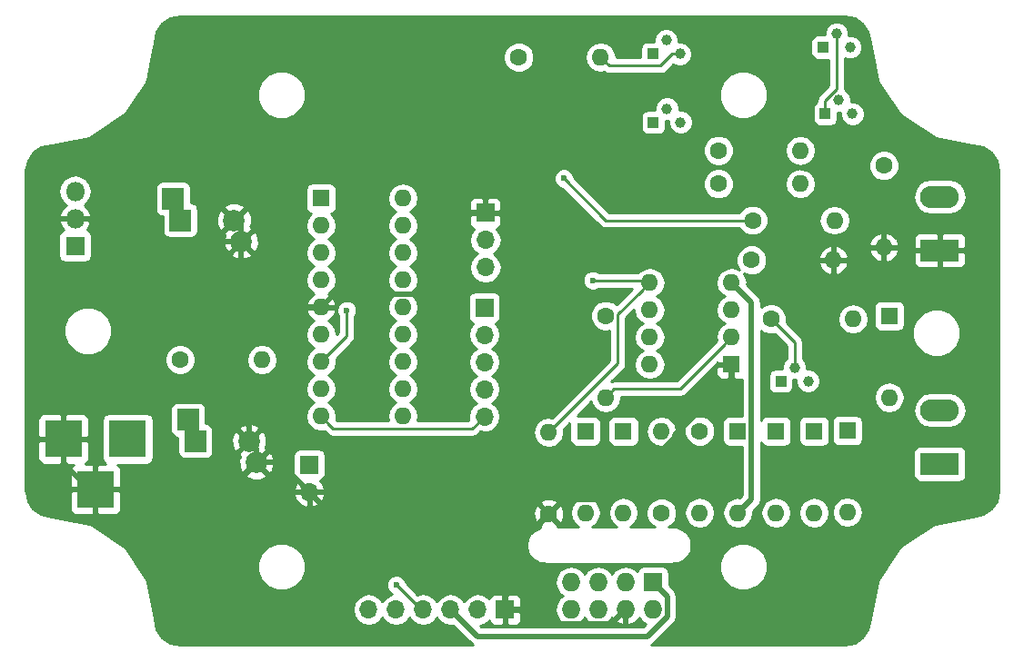
<source format=gbl>
G04 #@! TF.FileFunction,Copper,L2,Bot,Signal*
%FSLAX46Y46*%
G04 Gerber Fmt 4.6, Leading zero omitted, Abs format (unit mm)*
G04 Created by KiCad (PCBNEW 4.0.5) date 2017 June 19, Monday 16:04:20*
%MOMM*%
%LPD*%
G01*
G04 APERTURE LIST*
%ADD10C,0.100000*%
%ADD11R,1.600000X1.600000*%
%ADD12O,1.600000X1.600000*%
%ADD13R,1.700000X1.700000*%
%ADD14O,1.700000X1.700000*%
%ADD15R,1.727200X1.727200*%
%ADD16O,1.727200X1.727200*%
%ADD17C,1.000000*%
%ADD18R,1.000000X1.000000*%
%ADD19C,1.600000*%
%ADD20R,1.800000X1.800000*%
%ADD21O,1.800000X1.800000*%
%ADD22R,2.000000X2.000000*%
%ADD23C,2.000000*%
%ADD24R,3.500000X3.500000*%
%ADD25R,3.600000X2.100000*%
%ADD26O,3.600000X2.100000*%
%ADD27C,0.600000*%
%ADD28C,0.508000*%
%ADD29C,0.250000*%
%ADD30C,0.254000*%
G04 APERTURE END LIST*
D10*
D11*
X110550000Y-89350000D03*
D12*
X110550000Y-96970000D03*
D11*
X114100000Y-89350000D03*
D12*
X114100000Y-96970000D03*
D11*
X117200000Y-89300000D03*
D12*
X117200000Y-96920000D03*
D11*
X121100000Y-78600000D03*
D12*
X121100000Y-86220000D03*
D11*
X107000000Y-89350000D03*
D12*
X107000000Y-96970000D03*
D11*
X96350000Y-89350000D03*
D12*
X96350000Y-96970000D03*
D11*
X92800000Y-89350000D03*
D12*
X92800000Y-96970000D03*
D13*
X83400000Y-77840000D03*
D14*
X83400000Y-80380000D03*
X83400000Y-82920000D03*
X83400000Y-85460000D03*
X83400000Y-88000000D03*
D13*
X83500000Y-69020000D03*
D14*
X83500000Y-71560000D03*
X83500000Y-74100000D03*
D15*
X99100000Y-103460000D03*
D16*
X99100000Y-106000000D03*
X96560000Y-103460000D03*
X96560000Y-106000000D03*
X94020000Y-103460000D03*
X94020000Y-106000000D03*
X91480000Y-103460000D03*
X91480000Y-106000000D03*
D13*
X85340000Y-106000000D03*
D14*
X82800000Y-106000000D03*
X80260000Y-106000000D03*
X77720000Y-106000000D03*
X75180000Y-106000000D03*
X72640000Y-106000000D03*
D17*
X112270000Y-83430000D03*
X113540000Y-84700000D03*
D18*
X111000000Y-84700000D03*
D17*
X116200000Y-52300000D03*
X117470000Y-53570000D03*
D18*
X114930000Y-53570000D03*
D17*
X116400000Y-58500000D03*
X117670000Y-59770000D03*
D18*
X115130000Y-59770000D03*
D17*
X100330000Y-52930000D03*
X101600000Y-54200000D03*
D18*
X99060000Y-54200000D03*
D17*
X100400000Y-59300000D03*
X101670000Y-60570000D03*
D18*
X99130000Y-60570000D03*
D19*
X110100000Y-78900000D03*
D12*
X117720000Y-78900000D03*
D19*
X103450000Y-89350000D03*
D12*
X103450000Y-96970000D03*
D19*
X99900000Y-97000000D03*
D12*
X99900000Y-89380000D03*
D19*
X89400000Y-97100000D03*
D12*
X89400000Y-89480000D03*
D19*
X108380000Y-69700000D03*
D12*
X116000000Y-69700000D03*
D19*
X108280000Y-73400000D03*
D12*
X115900000Y-73400000D03*
D19*
X120600000Y-64600000D03*
D12*
X120600000Y-72220000D03*
D19*
X94700000Y-78600000D03*
D12*
X94700000Y-86220000D03*
D19*
X86600000Y-54500000D03*
D12*
X94220000Y-54500000D03*
D19*
X55080000Y-82700000D03*
D12*
X62700000Y-82700000D03*
D19*
X105200000Y-63200000D03*
D12*
X112820000Y-63200000D03*
D19*
X105200000Y-66300000D03*
D12*
X112820000Y-66300000D03*
D11*
X68200000Y-67660000D03*
D12*
X75820000Y-87980000D03*
X68200000Y-70200000D03*
X75820000Y-85440000D03*
X68200000Y-72740000D03*
X75820000Y-82900000D03*
X68200000Y-75280000D03*
X75820000Y-80360000D03*
X68200000Y-77820000D03*
X75820000Y-77820000D03*
X68200000Y-80360000D03*
X75820000Y-75280000D03*
X68200000Y-82900000D03*
X75820000Y-72740000D03*
X68200000Y-85440000D03*
X75820000Y-70200000D03*
X68200000Y-87980000D03*
X75820000Y-67660000D03*
D11*
X106420000Y-83140000D03*
D12*
X98800000Y-75520000D03*
X106420000Y-80600000D03*
X98800000Y-78060000D03*
X106420000Y-78060000D03*
X98800000Y-80600000D03*
X106420000Y-75520000D03*
X98800000Y-83140000D03*
D20*
X45300000Y-72080000D03*
D21*
X45300000Y-69540000D03*
X45300000Y-67000000D03*
D22*
X56500000Y-90300000D03*
D23*
X61500000Y-90300000D03*
D22*
X55827856Y-88300000D03*
D23*
X62172144Y-92300000D03*
D22*
X55100000Y-69700000D03*
D23*
X60100000Y-69700000D03*
D22*
X54427856Y-67700000D03*
D23*
X60772144Y-71700000D03*
D24*
X50200000Y-90100000D03*
X44200000Y-90100000D03*
X47200000Y-94800000D03*
D25*
X125800000Y-92400000D03*
D26*
X125800000Y-87400000D03*
D25*
X125800000Y-72500000D03*
D26*
X125800000Y-67500000D03*
D13*
X67100000Y-92500000D03*
D14*
X67100000Y-95040000D03*
D27*
X70600000Y-78100000D03*
X75200000Y-103700000D03*
X93500000Y-75300000D03*
X90800000Y-65800000D03*
D28*
X106420000Y-83140000D02*
X106420000Y-84448000D01*
X101157201Y-89710799D02*
X101157201Y-89983457D01*
X106420000Y-84448000D02*
X101157201Y-89710799D01*
X101157201Y-89983457D02*
X95427859Y-95712799D01*
X95427859Y-95712799D02*
X90787201Y-95712799D01*
X90199999Y-96300001D02*
X89400000Y-97100000D01*
X90787201Y-95712799D02*
X90199999Y-96300001D01*
X77437201Y-76562799D02*
X77437201Y-73724799D01*
X77437201Y-73724799D02*
X82142000Y-69020000D01*
X82142000Y-69020000D02*
X83500000Y-69020000D01*
X68200000Y-77820000D02*
X69457201Y-76562799D01*
X69457201Y-76562799D02*
X77437201Y-76562799D01*
X47200000Y-94800000D02*
X59672144Y-94800000D01*
X59672144Y-94800000D02*
X62172144Y-92300000D01*
X44200000Y-90100000D02*
X44200000Y-92358000D01*
X44200000Y-92358000D02*
X46642000Y-94800000D01*
X46642000Y-94800000D02*
X47200000Y-94800000D01*
X60772144Y-88157931D02*
X60772144Y-77800000D01*
X68200000Y-77820000D02*
X60792144Y-77820000D01*
X60772144Y-77800000D02*
X60772144Y-73114213D01*
X60792144Y-77820000D02*
X60772144Y-77800000D01*
X60772144Y-71700000D02*
X60772144Y-70372144D01*
X60772144Y-70372144D02*
X60100000Y-69700000D01*
X45300000Y-69540000D02*
X46572792Y-69540000D01*
X59357931Y-71700000D02*
X60772144Y-71700000D01*
X46572792Y-69540000D02*
X48732792Y-71700000D01*
X48732792Y-71700000D02*
X59357931Y-71700000D01*
X61500000Y-90300000D02*
X61500000Y-88885787D01*
X61500000Y-88885787D02*
X60772144Y-88157931D01*
X60772144Y-73114213D02*
X60772144Y-71700000D01*
X85340000Y-101160000D02*
X73220000Y-101160000D01*
X73220000Y-101160000D02*
X67100000Y-95040000D01*
X62172144Y-92300000D02*
X64360000Y-92300000D01*
X64360000Y-92300000D02*
X67100000Y-95040000D01*
X62172144Y-92300000D02*
X62172144Y-90972144D01*
X62172144Y-90972144D02*
X61500000Y-90300000D01*
X85340000Y-106000000D02*
X85340000Y-101160000D01*
X85340000Y-101160000D02*
X89400000Y-97100000D01*
X96560000Y-106000000D02*
X95239199Y-107320801D01*
X95239199Y-107320801D02*
X88018801Y-107320801D01*
X88018801Y-107320801D02*
X86698000Y-106000000D01*
X86698000Y-106000000D02*
X85340000Y-106000000D01*
X106420000Y-75520000D02*
X108257201Y-77357201D01*
X108257201Y-77357201D02*
X108257201Y-95712799D01*
X108257201Y-95712799D02*
X107799999Y-96170001D01*
X107799999Y-96170001D02*
X107000000Y-96970000D01*
D29*
X112270000Y-83430000D02*
X112270000Y-81070000D01*
X112270000Y-81070000D02*
X110100000Y-78900000D01*
X68200000Y-82900000D02*
X70600000Y-80500000D01*
X70600000Y-80500000D02*
X70600000Y-78100000D01*
D28*
X80260000Y-106000000D02*
X82760000Y-108500000D01*
X82760000Y-108500000D02*
X98554786Y-108500000D01*
X98554786Y-108500000D02*
X100420801Y-106633985D01*
X100420801Y-104780801D02*
X99100000Y-103460000D01*
X100420801Y-106633985D02*
X100420801Y-104780801D01*
D29*
X83400000Y-88000000D02*
X82294999Y-89105001D01*
X82294999Y-89105001D02*
X69325001Y-89105001D01*
X69325001Y-89105001D02*
X68999999Y-88779999D01*
X68999999Y-88779999D02*
X68200000Y-87980000D01*
X75200000Y-103700000D02*
X77500000Y-106000000D01*
X77500000Y-106000000D02*
X77720000Y-106000000D01*
X115130000Y-59770000D02*
X115130000Y-58548998D01*
X115130000Y-58548998D02*
X116200000Y-57478998D01*
X116200000Y-57478998D02*
X116200000Y-53007106D01*
X116200000Y-53007106D02*
X116200000Y-52300000D01*
X101600000Y-54200000D02*
X100892894Y-54200000D01*
X99792895Y-55299999D02*
X95019999Y-55299999D01*
X100892894Y-54200000D02*
X99792895Y-55299999D01*
X95019999Y-55299999D02*
X94220000Y-54500000D01*
X93500000Y-75300000D02*
X98580000Y-75300000D01*
X98580000Y-75300000D02*
X98800000Y-75520000D01*
X89400000Y-89480000D02*
X95825001Y-83054999D01*
X95825001Y-83054999D02*
X95825001Y-78494999D01*
X95825001Y-78494999D02*
X98000001Y-76319999D01*
X98000001Y-76319999D02*
X98800000Y-75520000D01*
X90800000Y-65800000D02*
X94700000Y-69700000D01*
X94700000Y-69700000D02*
X108380000Y-69700000D01*
X94700000Y-86220000D02*
X95499999Y-85420001D01*
X95499999Y-85420001D02*
X101599999Y-85420001D01*
X101599999Y-85420001D02*
X105620001Y-81399999D01*
X105620001Y-81399999D02*
X106420000Y-80600000D01*
D30*
G36*
X117871023Y-50897167D02*
X118609439Y-51390561D01*
X119102833Y-52128977D01*
X119303642Y-53138514D01*
X119988726Y-56582665D01*
X120050716Y-56732321D01*
X120094741Y-56838606D01*
X122045696Y-59758416D01*
X122241584Y-59954304D01*
X125161394Y-61905259D01*
X125417335Y-62011274D01*
X128861486Y-62696358D01*
X129871023Y-62897167D01*
X130609439Y-63390561D01*
X131102833Y-64128977D01*
X131290000Y-65069931D01*
X131290000Y-94930069D01*
X131102833Y-95871023D01*
X130609439Y-96609439D01*
X129871023Y-97102833D01*
X128861486Y-97303642D01*
X125417335Y-97988726D01*
X125161394Y-98094741D01*
X122241584Y-100045696D01*
X122045696Y-100241584D01*
X120094741Y-103161394D01*
X119988726Y-103417335D01*
X119303642Y-106861485D01*
X119303642Y-106861486D01*
X119102833Y-107871023D01*
X118609439Y-108609439D01*
X117871023Y-109102833D01*
X116930069Y-109290000D01*
X98941879Y-109290000D01*
X99183404Y-109128618D01*
X101049419Y-107262603D01*
X101084769Y-107209698D01*
X101242130Y-106974191D01*
X101309801Y-106633985D01*
X101309801Y-104780801D01*
X101242130Y-104440595D01*
X101049419Y-104152183D01*
X100611040Y-103713804D01*
X100611040Y-102596400D01*
X100582105Y-102442619D01*
X105264613Y-102442619D01*
X105604155Y-103264372D01*
X106232321Y-103893636D01*
X107053481Y-104234611D01*
X107942619Y-104235387D01*
X108764372Y-103895845D01*
X109393636Y-103267679D01*
X109734611Y-102446519D01*
X109735387Y-101557381D01*
X109395845Y-100735628D01*
X108767679Y-100106364D01*
X107946519Y-99765389D01*
X107057381Y-99764613D01*
X106235628Y-100104155D01*
X105606364Y-100732321D01*
X105265389Y-101553481D01*
X105264613Y-102442619D01*
X100582105Y-102442619D01*
X100566762Y-102361083D01*
X100427690Y-102144959D01*
X100215490Y-101999969D01*
X99963600Y-101948960D01*
X98236400Y-101948960D01*
X98001083Y-101993238D01*
X97784959Y-102132310D01*
X97639969Y-102344510D01*
X97631136Y-102388131D01*
X97619670Y-102370971D01*
X97133489Y-102046115D01*
X96560000Y-101932041D01*
X95986511Y-102046115D01*
X95500330Y-102370971D01*
X95290000Y-102685752D01*
X95079670Y-102370971D01*
X94593489Y-102046115D01*
X94020000Y-101932041D01*
X93446511Y-102046115D01*
X92960330Y-102370971D01*
X92750000Y-102685752D01*
X92539670Y-102370971D01*
X92053489Y-102046115D01*
X91480000Y-101932041D01*
X90906511Y-102046115D01*
X90420330Y-102370971D01*
X90095474Y-102857152D01*
X89981400Y-103430641D01*
X89981400Y-103489359D01*
X90095474Y-104062848D01*
X90420330Y-104549029D01*
X90691172Y-104730000D01*
X90420330Y-104910971D01*
X90095474Y-105397152D01*
X89981400Y-105970641D01*
X89981400Y-106029359D01*
X90095474Y-106602848D01*
X90420330Y-107089029D01*
X90906511Y-107413885D01*
X91480000Y-107527959D01*
X92053489Y-107413885D01*
X92539670Y-107089029D01*
X92750000Y-106774248D01*
X92960330Y-107089029D01*
X93446511Y-107413885D01*
X94020000Y-107527959D01*
X94593489Y-107413885D01*
X95079670Y-107089029D01*
X95295664Y-106765772D01*
X95353179Y-106888490D01*
X95785053Y-107282688D01*
X96200974Y-107454958D01*
X96433000Y-107333817D01*
X96433000Y-106127000D01*
X96413000Y-106127000D01*
X96413000Y-105873000D01*
X96433000Y-105873000D01*
X96433000Y-105853000D01*
X96687000Y-105853000D01*
X96687000Y-105873000D01*
X96707000Y-105873000D01*
X96707000Y-106127000D01*
X96687000Y-106127000D01*
X96687000Y-107333817D01*
X96919026Y-107454958D01*
X97334947Y-107282688D01*
X97766821Y-106888490D01*
X97824336Y-106765772D01*
X98040330Y-107089029D01*
X98440881Y-107356669D01*
X98186550Y-107611000D01*
X83128236Y-107611000D01*
X82992949Y-107475713D01*
X83368285Y-107401054D01*
X83850054Y-107079147D01*
X83879403Y-107035223D01*
X83951673Y-107209698D01*
X84130301Y-107388327D01*
X84363690Y-107485000D01*
X85054250Y-107485000D01*
X85213000Y-107326250D01*
X85213000Y-106127000D01*
X85467000Y-106127000D01*
X85467000Y-107326250D01*
X85625750Y-107485000D01*
X86316310Y-107485000D01*
X86549699Y-107388327D01*
X86728327Y-107209698D01*
X86825000Y-106976309D01*
X86825000Y-106285750D01*
X86666250Y-106127000D01*
X85467000Y-106127000D01*
X85213000Y-106127000D01*
X85193000Y-106127000D01*
X85193000Y-105873000D01*
X85213000Y-105873000D01*
X85213000Y-104673750D01*
X85467000Y-104673750D01*
X85467000Y-105873000D01*
X86666250Y-105873000D01*
X86825000Y-105714250D01*
X86825000Y-105023691D01*
X86728327Y-104790302D01*
X86549699Y-104611673D01*
X86316310Y-104515000D01*
X85625750Y-104515000D01*
X85467000Y-104673750D01*
X85213000Y-104673750D01*
X85054250Y-104515000D01*
X84363690Y-104515000D01*
X84130301Y-104611673D01*
X83951673Y-104790302D01*
X83879403Y-104964777D01*
X83850054Y-104920853D01*
X83368285Y-104598946D01*
X82800000Y-104485907D01*
X82231715Y-104598946D01*
X81749946Y-104920853D01*
X81530000Y-105250026D01*
X81310054Y-104920853D01*
X80828285Y-104598946D01*
X80260000Y-104485907D01*
X79691715Y-104598946D01*
X79209946Y-104920853D01*
X78990000Y-105250026D01*
X78770054Y-104920853D01*
X78288285Y-104598946D01*
X77720000Y-104485907D01*
X77170092Y-104595290D01*
X76135122Y-103560320D01*
X76135162Y-103514833D01*
X75993117Y-103171057D01*
X75730327Y-102907808D01*
X75386799Y-102765162D01*
X75014833Y-102764838D01*
X74671057Y-102906883D01*
X74407808Y-103169673D01*
X74265162Y-103513201D01*
X74264838Y-103885167D01*
X74406883Y-104228943D01*
X74669673Y-104492192D01*
X74824725Y-104556576D01*
X74611715Y-104598946D01*
X74129946Y-104920853D01*
X73910000Y-105250026D01*
X73690054Y-104920853D01*
X73208285Y-104598946D01*
X72640000Y-104485907D01*
X72071715Y-104598946D01*
X71589946Y-104920853D01*
X71268039Y-105402622D01*
X71155000Y-105970907D01*
X71155000Y-106029093D01*
X71268039Y-106597378D01*
X71589946Y-107079147D01*
X72071715Y-107401054D01*
X72640000Y-107514093D01*
X73208285Y-107401054D01*
X73690054Y-107079147D01*
X73910000Y-106749974D01*
X74129946Y-107079147D01*
X74611715Y-107401054D01*
X75180000Y-107514093D01*
X75748285Y-107401054D01*
X76230054Y-107079147D01*
X76450000Y-106749974D01*
X76669946Y-107079147D01*
X77151715Y-107401054D01*
X77720000Y-107514093D01*
X78288285Y-107401054D01*
X78770054Y-107079147D01*
X78990000Y-106749974D01*
X79209946Y-107079147D01*
X79691715Y-107401054D01*
X80260000Y-107514093D01*
X80474242Y-107471478D01*
X82131382Y-109128618D01*
X82372907Y-109290000D01*
X55069931Y-109290000D01*
X54128977Y-109102833D01*
X53390561Y-108609439D01*
X52897167Y-107871023D01*
X52696358Y-106861486D01*
X52696358Y-106861485D01*
X52011274Y-103417335D01*
X51905259Y-103161394D01*
X51424989Y-102442619D01*
X62264613Y-102442619D01*
X62604155Y-103264372D01*
X63232321Y-103893636D01*
X64053481Y-104234611D01*
X64942619Y-104235387D01*
X65764372Y-103895845D01*
X66393636Y-103267679D01*
X66734611Y-102446519D01*
X66735387Y-101557381D01*
X66395845Y-100735628D01*
X65767679Y-100106364D01*
X65177949Y-99861487D01*
X87303642Y-99861487D01*
X87303642Y-100138513D01*
X87379762Y-100521196D01*
X87399395Y-100568593D01*
X87485776Y-100777138D01*
X87702549Y-101101561D01*
X87702550Y-101101562D01*
X87898438Y-101297451D01*
X88222862Y-101514223D01*
X88327055Y-101557381D01*
X88478804Y-101620238D01*
X88861486Y-101696358D01*
X88931416Y-101696358D01*
X89000000Y-101710000D01*
X101000000Y-101710000D01*
X101068584Y-101696358D01*
X101138513Y-101696358D01*
X101521196Y-101620238D01*
X101596160Y-101589187D01*
X101777138Y-101514224D01*
X102101561Y-101297451D01*
X102172630Y-101226382D01*
X102297451Y-101101562D01*
X102514223Y-100777138D01*
X102558136Y-100671123D01*
X102620238Y-100521196D01*
X102696358Y-100138514D01*
X102696358Y-99861486D01*
X102620238Y-99478804D01*
X102558136Y-99328877D01*
X102514223Y-99222862D01*
X102297451Y-98898438D01*
X102101562Y-98702550D01*
X102101561Y-98702549D01*
X101777138Y-98485776D01*
X101593368Y-98409657D01*
X101521196Y-98379762D01*
X101138513Y-98303642D01*
X101068584Y-98303642D01*
X101000000Y-98290000D01*
X100535714Y-98290000D01*
X100711800Y-98217243D01*
X101115824Y-97813923D01*
X101334750Y-97286691D01*
X101335050Y-96941887D01*
X102015000Y-96941887D01*
X102015000Y-96998113D01*
X102124233Y-97547264D01*
X102435302Y-98012811D01*
X102900849Y-98323880D01*
X103450000Y-98433113D01*
X103999151Y-98323880D01*
X104464698Y-98012811D01*
X104775767Y-97547264D01*
X104885000Y-96998113D01*
X104885000Y-96941887D01*
X104775767Y-96392736D01*
X104464698Y-95927189D01*
X103999151Y-95616120D01*
X103450000Y-95506887D01*
X102900849Y-95616120D01*
X102435302Y-95927189D01*
X102124233Y-96392736D01*
X102015000Y-96941887D01*
X101335050Y-96941887D01*
X101335248Y-96715813D01*
X101117243Y-96188200D01*
X100713923Y-95784176D01*
X100186691Y-95565250D01*
X99615813Y-95564752D01*
X99088200Y-95782757D01*
X98684176Y-96186077D01*
X98465250Y-96713309D01*
X98464752Y-97284187D01*
X98682757Y-97811800D01*
X99086077Y-98215824D01*
X99264713Y-98290000D01*
X96949856Y-98290000D01*
X97364698Y-98012811D01*
X97675767Y-97547264D01*
X97785000Y-96998113D01*
X97785000Y-96941887D01*
X97675767Y-96392736D01*
X97364698Y-95927189D01*
X96899151Y-95616120D01*
X96350000Y-95506887D01*
X95800849Y-95616120D01*
X95335302Y-95927189D01*
X95024233Y-96392736D01*
X94915000Y-96941887D01*
X94915000Y-96998113D01*
X95024233Y-97547264D01*
X95335302Y-98012811D01*
X95750144Y-98290000D01*
X93399856Y-98290000D01*
X93814698Y-98012811D01*
X94125767Y-97547264D01*
X94235000Y-96998113D01*
X94235000Y-96941887D01*
X94125767Y-96392736D01*
X93814698Y-95927189D01*
X93349151Y-95616120D01*
X92800000Y-95506887D01*
X92250849Y-95616120D01*
X91785302Y-95927189D01*
X91474233Y-96392736D01*
X91365000Y-96941887D01*
X91365000Y-96998113D01*
X91474233Y-97547264D01*
X91785302Y-98012811D01*
X92200144Y-98290000D01*
X90173242Y-98290000D01*
X90228139Y-98107745D01*
X89400000Y-97279605D01*
X88571861Y-98107745D01*
X88643904Y-98346922D01*
X88478804Y-98379762D01*
X88406632Y-98409657D01*
X88222862Y-98485777D01*
X87898438Y-98702549D01*
X87777390Y-98823598D01*
X87702549Y-98898439D01*
X87485776Y-99222862D01*
X87420091Y-99381441D01*
X87379762Y-99478804D01*
X87303642Y-99861487D01*
X65177949Y-99861487D01*
X64946519Y-99765389D01*
X64057381Y-99764613D01*
X63235628Y-100104155D01*
X62606364Y-100732321D01*
X62265389Y-101553481D01*
X62264613Y-102442619D01*
X51424989Y-102442619D01*
X49954304Y-100241584D01*
X49758416Y-100045696D01*
X46838606Y-98094741D01*
X46582665Y-97988726D01*
X43138514Y-97303642D01*
X42128977Y-97102833D01*
X41390561Y-96609439D01*
X40897167Y-95871023D01*
X40740967Y-95085750D01*
X44815000Y-95085750D01*
X44815000Y-96676310D01*
X44911673Y-96909699D01*
X45090302Y-97088327D01*
X45323691Y-97185000D01*
X46914250Y-97185000D01*
X47073000Y-97026250D01*
X47073000Y-94927000D01*
X47327000Y-94927000D01*
X47327000Y-97026250D01*
X47485750Y-97185000D01*
X49076309Y-97185000D01*
X49309698Y-97088327D01*
X49488327Y-96909699D01*
X49499293Y-96883223D01*
X87953035Y-96883223D01*
X87980222Y-97453454D01*
X88146136Y-97854005D01*
X88392255Y-97928139D01*
X89220395Y-97100000D01*
X89579605Y-97100000D01*
X90407745Y-97928139D01*
X90653864Y-97854005D01*
X90846965Y-97316777D01*
X90819778Y-96746546D01*
X90653864Y-96345995D01*
X90407745Y-96271861D01*
X89579605Y-97100000D01*
X89220395Y-97100000D01*
X88392255Y-96271861D01*
X88146136Y-96345995D01*
X87953035Y-96883223D01*
X49499293Y-96883223D01*
X49585000Y-96676310D01*
X49585000Y-95396890D01*
X65658524Y-95396890D01*
X65828355Y-95806924D01*
X66218642Y-96235183D01*
X66743108Y-96481486D01*
X66973000Y-96360819D01*
X66973000Y-95167000D01*
X67227000Y-95167000D01*
X67227000Y-96360819D01*
X67456892Y-96481486D01*
X67981358Y-96235183D01*
X68111613Y-96092255D01*
X88571861Y-96092255D01*
X89400000Y-96920395D01*
X90228139Y-96092255D01*
X90154005Y-95846136D01*
X89616777Y-95653035D01*
X89046546Y-95680222D01*
X88645995Y-95846136D01*
X88571861Y-96092255D01*
X68111613Y-96092255D01*
X68371645Y-95806924D01*
X68541476Y-95396890D01*
X68420155Y-95167000D01*
X67227000Y-95167000D01*
X66973000Y-95167000D01*
X65779845Y-95167000D01*
X65658524Y-95396890D01*
X49585000Y-95396890D01*
X49585000Y-95085750D01*
X49426250Y-94927000D01*
X47327000Y-94927000D01*
X47073000Y-94927000D01*
X44973750Y-94927000D01*
X44815000Y-95085750D01*
X40740967Y-95085750D01*
X40710000Y-94930069D01*
X40710000Y-90385750D01*
X41815000Y-90385750D01*
X41815000Y-91976310D01*
X41911673Y-92209699D01*
X42090302Y-92388327D01*
X42323691Y-92485000D01*
X43914250Y-92485000D01*
X44073000Y-92326250D01*
X44073000Y-90227000D01*
X44327000Y-90227000D01*
X44327000Y-92326250D01*
X44485750Y-92485000D01*
X45154696Y-92485000D01*
X45090302Y-92511673D01*
X44911673Y-92690301D01*
X44815000Y-92923690D01*
X44815000Y-94514250D01*
X44973750Y-94673000D01*
X47073000Y-94673000D01*
X47073000Y-92573750D01*
X47327000Y-92573750D01*
X47327000Y-94673000D01*
X49426250Y-94673000D01*
X49585000Y-94514250D01*
X49585000Y-93452532D01*
X61199217Y-93452532D01*
X61297880Y-93719387D01*
X61907605Y-93945908D01*
X62557604Y-93921856D01*
X63046408Y-93719387D01*
X63145071Y-93452532D01*
X62172144Y-92479605D01*
X61199217Y-93452532D01*
X49585000Y-93452532D01*
X49585000Y-92923690D01*
X49488327Y-92690301D01*
X49309698Y-92511673D01*
X49275337Y-92497440D01*
X51950000Y-92497440D01*
X52185317Y-92453162D01*
X52401441Y-92314090D01*
X52546431Y-92101890D01*
X52559883Y-92035461D01*
X60526236Y-92035461D01*
X60550288Y-92685460D01*
X60752757Y-93174264D01*
X61019612Y-93272927D01*
X61992539Y-92300000D01*
X62351749Y-92300000D01*
X63324676Y-93272927D01*
X63591531Y-93174264D01*
X63818052Y-92564539D01*
X63794000Y-91914540D01*
X63684425Y-91650000D01*
X65602560Y-91650000D01*
X65602560Y-93350000D01*
X65646838Y-93585317D01*
X65785910Y-93801441D01*
X65998110Y-93946431D01*
X66106107Y-93968301D01*
X65828355Y-94273076D01*
X65658524Y-94683110D01*
X65779845Y-94913000D01*
X66973000Y-94913000D01*
X66973000Y-94893000D01*
X67227000Y-94893000D01*
X67227000Y-94913000D01*
X68420155Y-94913000D01*
X68541476Y-94683110D01*
X68371645Y-94273076D01*
X68095499Y-93970063D01*
X68185317Y-93953162D01*
X68401441Y-93814090D01*
X68546431Y-93601890D01*
X68597440Y-93350000D01*
X68597440Y-91650000D01*
X68553162Y-91414683D01*
X68414090Y-91198559D01*
X68201890Y-91053569D01*
X67950000Y-91002560D01*
X66250000Y-91002560D01*
X66014683Y-91046838D01*
X65798559Y-91185910D01*
X65653569Y-91398110D01*
X65602560Y-91650000D01*
X63684425Y-91650000D01*
X63591531Y-91425736D01*
X63324676Y-91327073D01*
X62351749Y-92300000D01*
X61992539Y-92300000D01*
X61978397Y-92285858D01*
X62158002Y-92106253D01*
X62172144Y-92120395D01*
X63145071Y-91147468D01*
X63046408Y-90880613D01*
X63030656Y-90874761D01*
X63145908Y-90564539D01*
X63121856Y-89914540D01*
X62919387Y-89425736D01*
X62652532Y-89327073D01*
X61679605Y-90300000D01*
X61693748Y-90314143D01*
X61514143Y-90493748D01*
X61500000Y-90479605D01*
X60527073Y-91452532D01*
X60625736Y-91719387D01*
X60641488Y-91725239D01*
X60526236Y-92035461D01*
X52559883Y-92035461D01*
X52597440Y-91850000D01*
X52597440Y-88350000D01*
X52553162Y-88114683D01*
X52414090Y-87898559D01*
X52201890Y-87753569D01*
X51950000Y-87702560D01*
X48450000Y-87702560D01*
X48214683Y-87746838D01*
X47998559Y-87885910D01*
X47853569Y-88098110D01*
X47802560Y-88350000D01*
X47802560Y-91850000D01*
X47846838Y-92085317D01*
X47985910Y-92301441D01*
X48152109Y-92415000D01*
X47485750Y-92415000D01*
X47327000Y-92573750D01*
X47073000Y-92573750D01*
X46914250Y-92415000D01*
X46245304Y-92415000D01*
X46309698Y-92388327D01*
X46488327Y-92209699D01*
X46585000Y-91976310D01*
X46585000Y-90385750D01*
X46426250Y-90227000D01*
X44327000Y-90227000D01*
X44073000Y-90227000D01*
X41973750Y-90227000D01*
X41815000Y-90385750D01*
X40710000Y-90385750D01*
X40710000Y-88223690D01*
X41815000Y-88223690D01*
X41815000Y-89814250D01*
X41973750Y-89973000D01*
X44073000Y-89973000D01*
X44073000Y-87873750D01*
X44327000Y-87873750D01*
X44327000Y-89973000D01*
X46426250Y-89973000D01*
X46585000Y-89814250D01*
X46585000Y-88223690D01*
X46488327Y-87990301D01*
X46309698Y-87811673D01*
X46076309Y-87715000D01*
X44485750Y-87715000D01*
X44327000Y-87873750D01*
X44073000Y-87873750D01*
X43914250Y-87715000D01*
X42323691Y-87715000D01*
X42090302Y-87811673D01*
X41911673Y-87990301D01*
X41815000Y-88223690D01*
X40710000Y-88223690D01*
X40710000Y-87300000D01*
X54180416Y-87300000D01*
X54180416Y-89300000D01*
X54224694Y-89535317D01*
X54363766Y-89751441D01*
X54575966Y-89896431D01*
X54827856Y-89947440D01*
X54852560Y-89947440D01*
X54852560Y-91300000D01*
X54896838Y-91535317D01*
X55035910Y-91751441D01*
X55248110Y-91896431D01*
X55500000Y-91947440D01*
X57500000Y-91947440D01*
X57735317Y-91903162D01*
X57951441Y-91764090D01*
X58096431Y-91551890D01*
X58147440Y-91300000D01*
X58147440Y-90035461D01*
X59854092Y-90035461D01*
X59878144Y-90685460D01*
X60080613Y-91174264D01*
X60347468Y-91272927D01*
X61320395Y-90300000D01*
X60347468Y-89327073D01*
X60080613Y-89425736D01*
X59854092Y-90035461D01*
X58147440Y-90035461D01*
X58147440Y-89300000D01*
X58118740Y-89147468D01*
X60527073Y-89147468D01*
X61500000Y-90120395D01*
X62472927Y-89147468D01*
X62374264Y-88880613D01*
X61764539Y-88654092D01*
X61114540Y-88678144D01*
X60625736Y-88880613D01*
X60527073Y-89147468D01*
X58118740Y-89147468D01*
X58103162Y-89064683D01*
X57964090Y-88848559D01*
X57751890Y-88703569D01*
X57500000Y-88652560D01*
X57475296Y-88652560D01*
X57475296Y-87300000D01*
X57431018Y-87064683D01*
X57291946Y-86848559D01*
X57079746Y-86703569D01*
X56827856Y-86652560D01*
X54827856Y-86652560D01*
X54592539Y-86696838D01*
X54376415Y-86835910D01*
X54231425Y-87048110D01*
X54180416Y-87300000D01*
X40710000Y-87300000D01*
X40710000Y-82984187D01*
X53644752Y-82984187D01*
X53862757Y-83511800D01*
X54266077Y-83915824D01*
X54793309Y-84134750D01*
X55364187Y-84135248D01*
X55891800Y-83917243D01*
X56295824Y-83513923D01*
X56514750Y-82986691D01*
X56515000Y-82700000D01*
X61236887Y-82700000D01*
X61346120Y-83249151D01*
X61657189Y-83714698D01*
X62122736Y-84025767D01*
X62671887Y-84135000D01*
X62728113Y-84135000D01*
X63277264Y-84025767D01*
X63742811Y-83714698D01*
X64053880Y-83249151D01*
X64163113Y-82700000D01*
X64053880Y-82150849D01*
X63742811Y-81685302D01*
X63277264Y-81374233D01*
X62728113Y-81265000D01*
X62671887Y-81265000D01*
X62122736Y-81374233D01*
X61657189Y-81685302D01*
X61346120Y-82150849D01*
X61236887Y-82700000D01*
X56515000Y-82700000D01*
X56515248Y-82415813D01*
X56297243Y-81888200D01*
X55893923Y-81484176D01*
X55366691Y-81265250D01*
X54795813Y-81264752D01*
X54268200Y-81482757D01*
X53864176Y-81886077D01*
X53645250Y-82413309D01*
X53644752Y-82984187D01*
X40710000Y-82984187D01*
X40710000Y-80442619D01*
X44264613Y-80442619D01*
X44604155Y-81264372D01*
X45232321Y-81893636D01*
X46053481Y-82234611D01*
X46942619Y-82235387D01*
X47764372Y-81895845D01*
X48393636Y-81267679D01*
X48734611Y-80446519D01*
X48734686Y-80360000D01*
X66736887Y-80360000D01*
X66846120Y-80909151D01*
X67157189Y-81374698D01*
X67539275Y-81630000D01*
X67157189Y-81885302D01*
X66846120Y-82350849D01*
X66736887Y-82900000D01*
X66846120Y-83449151D01*
X67157189Y-83914698D01*
X67539275Y-84170000D01*
X67157189Y-84425302D01*
X66846120Y-84890849D01*
X66736887Y-85440000D01*
X66846120Y-85989151D01*
X67157189Y-86454698D01*
X67539275Y-86710000D01*
X67157189Y-86965302D01*
X66846120Y-87430849D01*
X66736887Y-87980000D01*
X66846120Y-88529151D01*
X67157189Y-88994698D01*
X67622736Y-89305767D01*
X68171887Y-89415000D01*
X68228113Y-89415000D01*
X68505102Y-89359904D01*
X68787600Y-89642402D01*
X69034161Y-89807149D01*
X69325001Y-89865001D01*
X82294999Y-89865001D01*
X82585838Y-89807149D01*
X82832400Y-89642402D01*
X83053031Y-89421771D01*
X83370907Y-89485000D01*
X83429093Y-89485000D01*
X83595563Y-89451887D01*
X87965000Y-89451887D01*
X87965000Y-89508113D01*
X88074233Y-90057264D01*
X88385302Y-90522811D01*
X88850849Y-90833880D01*
X89400000Y-90943113D01*
X89949151Y-90833880D01*
X90414698Y-90522811D01*
X90725767Y-90057264D01*
X90835000Y-89508113D01*
X90835000Y-89451887D01*
X90779904Y-89174898D01*
X91352560Y-88602242D01*
X91352560Y-90150000D01*
X91396838Y-90385317D01*
X91535910Y-90601441D01*
X91748110Y-90746431D01*
X92000000Y-90797440D01*
X93600000Y-90797440D01*
X93835317Y-90753162D01*
X94051441Y-90614090D01*
X94196431Y-90401890D01*
X94247440Y-90150000D01*
X94247440Y-88550000D01*
X94902560Y-88550000D01*
X94902560Y-90150000D01*
X94946838Y-90385317D01*
X95085910Y-90601441D01*
X95298110Y-90746431D01*
X95550000Y-90797440D01*
X97150000Y-90797440D01*
X97385317Y-90753162D01*
X97601441Y-90614090D01*
X97746431Y-90401890D01*
X97797440Y-90150000D01*
X97797440Y-89351887D01*
X98465000Y-89351887D01*
X98465000Y-89408113D01*
X98574233Y-89957264D01*
X98885302Y-90422811D01*
X99350849Y-90733880D01*
X99900000Y-90843113D01*
X100449151Y-90733880D01*
X100914698Y-90422811D01*
X101225767Y-89957264D01*
X101290031Y-89634187D01*
X102014752Y-89634187D01*
X102232757Y-90161800D01*
X102636077Y-90565824D01*
X103163309Y-90784750D01*
X103734187Y-90785248D01*
X104261800Y-90567243D01*
X104665824Y-90163923D01*
X104884750Y-89636691D01*
X104885248Y-89065813D01*
X104667243Y-88538200D01*
X104263923Y-88134176D01*
X103736691Y-87915250D01*
X103165813Y-87914752D01*
X102638200Y-88132757D01*
X102234176Y-88536077D01*
X102015250Y-89063309D01*
X102014752Y-89634187D01*
X101290031Y-89634187D01*
X101335000Y-89408113D01*
X101335000Y-89351887D01*
X101225767Y-88802736D01*
X100914698Y-88337189D01*
X100449151Y-88026120D01*
X99900000Y-87916887D01*
X99350849Y-88026120D01*
X98885302Y-88337189D01*
X98574233Y-88802736D01*
X98465000Y-89351887D01*
X97797440Y-89351887D01*
X97797440Y-88550000D01*
X97753162Y-88314683D01*
X97614090Y-88098559D01*
X97401890Y-87953569D01*
X97150000Y-87902560D01*
X95550000Y-87902560D01*
X95314683Y-87946838D01*
X95098559Y-88085910D01*
X94953569Y-88298110D01*
X94902560Y-88550000D01*
X94247440Y-88550000D01*
X94203162Y-88314683D01*
X94064090Y-88098559D01*
X93851890Y-87953569D01*
X93600000Y-87902560D01*
X92052242Y-87902560D01*
X93338281Y-86616521D01*
X93374233Y-86797264D01*
X93685302Y-87262811D01*
X94150849Y-87573880D01*
X94700000Y-87683113D01*
X95249151Y-87573880D01*
X95714698Y-87262811D01*
X96025767Y-86797264D01*
X96135000Y-86248113D01*
X96135000Y-86191887D01*
X96132636Y-86180001D01*
X101599999Y-86180001D01*
X101890838Y-86122149D01*
X102137400Y-85957402D01*
X104669052Y-83425750D01*
X104985000Y-83425750D01*
X104985000Y-84066310D01*
X105081673Y-84299699D01*
X105260302Y-84478327D01*
X105493691Y-84575000D01*
X106134250Y-84575000D01*
X106293000Y-84416250D01*
X106293000Y-83267000D01*
X105143750Y-83267000D01*
X104985000Y-83425750D01*
X104669052Y-83425750D01*
X105112776Y-82982026D01*
X105143750Y-83013000D01*
X106293000Y-83013000D01*
X106293000Y-82993000D01*
X106547000Y-82993000D01*
X106547000Y-83013000D01*
X106567000Y-83013000D01*
X106567000Y-83267000D01*
X106547000Y-83267000D01*
X106547000Y-84416250D01*
X106705750Y-84575000D01*
X107346309Y-84575000D01*
X107368201Y-84565932D01*
X107368201Y-87902560D01*
X106200000Y-87902560D01*
X105964683Y-87946838D01*
X105748559Y-88085910D01*
X105603569Y-88298110D01*
X105552560Y-88550000D01*
X105552560Y-90150000D01*
X105596838Y-90385317D01*
X105735910Y-90601441D01*
X105948110Y-90746431D01*
X106200000Y-90797440D01*
X107368201Y-90797440D01*
X107368201Y-95344563D01*
X107171720Y-95541044D01*
X107000000Y-95506887D01*
X106450849Y-95616120D01*
X105985302Y-95927189D01*
X105674233Y-96392736D01*
X105565000Y-96941887D01*
X105565000Y-96998113D01*
X105674233Y-97547264D01*
X105985302Y-98012811D01*
X106450849Y-98323880D01*
X107000000Y-98433113D01*
X107549151Y-98323880D01*
X108014698Y-98012811D01*
X108325767Y-97547264D01*
X108435000Y-96998113D01*
X108435000Y-96941887D01*
X109115000Y-96941887D01*
X109115000Y-96998113D01*
X109224233Y-97547264D01*
X109535302Y-98012811D01*
X110000849Y-98323880D01*
X110550000Y-98433113D01*
X111099151Y-98323880D01*
X111564698Y-98012811D01*
X111875767Y-97547264D01*
X111985000Y-96998113D01*
X111985000Y-96941887D01*
X112665000Y-96941887D01*
X112665000Y-96998113D01*
X112774233Y-97547264D01*
X113085302Y-98012811D01*
X113550849Y-98323880D01*
X114100000Y-98433113D01*
X114649151Y-98323880D01*
X115114698Y-98012811D01*
X115425767Y-97547264D01*
X115535000Y-96998113D01*
X115535000Y-96941887D01*
X115525055Y-96891887D01*
X115765000Y-96891887D01*
X115765000Y-96948113D01*
X115874233Y-97497264D01*
X116185302Y-97962811D01*
X116650849Y-98273880D01*
X117200000Y-98383113D01*
X117749151Y-98273880D01*
X118214698Y-97962811D01*
X118525767Y-97497264D01*
X118635000Y-96948113D01*
X118635000Y-96891887D01*
X118525767Y-96342736D01*
X118214698Y-95877189D01*
X117749151Y-95566120D01*
X117200000Y-95456887D01*
X116650849Y-95566120D01*
X116185302Y-95877189D01*
X115874233Y-96342736D01*
X115765000Y-96891887D01*
X115525055Y-96891887D01*
X115425767Y-96392736D01*
X115114698Y-95927189D01*
X114649151Y-95616120D01*
X114100000Y-95506887D01*
X113550849Y-95616120D01*
X113085302Y-95927189D01*
X112774233Y-96392736D01*
X112665000Y-96941887D01*
X111985000Y-96941887D01*
X111875767Y-96392736D01*
X111564698Y-95927189D01*
X111099151Y-95616120D01*
X110550000Y-95506887D01*
X110000849Y-95616120D01*
X109535302Y-95927189D01*
X109224233Y-96392736D01*
X109115000Y-96941887D01*
X108435000Y-96941887D01*
X108410171Y-96817065D01*
X108885819Y-96341417D01*
X109078530Y-96053005D01*
X109146201Y-95712799D01*
X109146201Y-91350000D01*
X123352560Y-91350000D01*
X123352560Y-93450000D01*
X123396838Y-93685317D01*
X123535910Y-93901441D01*
X123748110Y-94046431D01*
X124000000Y-94097440D01*
X127600000Y-94097440D01*
X127835317Y-94053162D01*
X128051441Y-93914090D01*
X128196431Y-93701890D01*
X128247440Y-93450000D01*
X128247440Y-91350000D01*
X128203162Y-91114683D01*
X128064090Y-90898559D01*
X127851890Y-90753569D01*
X127600000Y-90702560D01*
X124000000Y-90702560D01*
X123764683Y-90746838D01*
X123548559Y-90885910D01*
X123403569Y-91098110D01*
X123352560Y-91350000D01*
X109146201Y-91350000D01*
X109146201Y-90381932D01*
X109146838Y-90385317D01*
X109285910Y-90601441D01*
X109498110Y-90746431D01*
X109750000Y-90797440D01*
X111350000Y-90797440D01*
X111585317Y-90753162D01*
X111801441Y-90614090D01*
X111946431Y-90401890D01*
X111997440Y-90150000D01*
X111997440Y-88550000D01*
X112652560Y-88550000D01*
X112652560Y-90150000D01*
X112696838Y-90385317D01*
X112835910Y-90601441D01*
X113048110Y-90746431D01*
X113300000Y-90797440D01*
X114900000Y-90797440D01*
X115135317Y-90753162D01*
X115351441Y-90614090D01*
X115496431Y-90401890D01*
X115547440Y-90150000D01*
X115547440Y-88550000D01*
X115538032Y-88500000D01*
X115752560Y-88500000D01*
X115752560Y-90100000D01*
X115796838Y-90335317D01*
X115935910Y-90551441D01*
X116148110Y-90696431D01*
X116400000Y-90747440D01*
X118000000Y-90747440D01*
X118235317Y-90703162D01*
X118451441Y-90564090D01*
X118596431Y-90351890D01*
X118647440Y-90100000D01*
X118647440Y-88500000D01*
X118603162Y-88264683D01*
X118464090Y-88048559D01*
X118251890Y-87903569D01*
X118000000Y-87852560D01*
X116400000Y-87852560D01*
X116164683Y-87896838D01*
X115948559Y-88035910D01*
X115803569Y-88248110D01*
X115752560Y-88500000D01*
X115538032Y-88500000D01*
X115503162Y-88314683D01*
X115364090Y-88098559D01*
X115151890Y-87953569D01*
X114900000Y-87902560D01*
X113300000Y-87902560D01*
X113064683Y-87946838D01*
X112848559Y-88085910D01*
X112703569Y-88298110D01*
X112652560Y-88550000D01*
X111997440Y-88550000D01*
X111953162Y-88314683D01*
X111814090Y-88098559D01*
X111601890Y-87953569D01*
X111350000Y-87902560D01*
X109750000Y-87902560D01*
X109514683Y-87946838D01*
X109298559Y-88085910D01*
X109153569Y-88298110D01*
X109146201Y-88334494D01*
X109146201Y-86191887D01*
X119665000Y-86191887D01*
X119665000Y-86248113D01*
X119774233Y-86797264D01*
X120085302Y-87262811D01*
X120550849Y-87573880D01*
X121100000Y-87683113D01*
X121649151Y-87573880D01*
X121909380Y-87400000D01*
X123317296Y-87400000D01*
X123445559Y-88044822D01*
X123810821Y-88591475D01*
X124357474Y-88956737D01*
X125002296Y-89085000D01*
X126597704Y-89085000D01*
X127242526Y-88956737D01*
X127789179Y-88591475D01*
X128154441Y-88044822D01*
X128282704Y-87400000D01*
X128154441Y-86755178D01*
X127789179Y-86208525D01*
X127242526Y-85843263D01*
X126597704Y-85715000D01*
X125002296Y-85715000D01*
X124357474Y-85843263D01*
X123810821Y-86208525D01*
X123445559Y-86755178D01*
X123317296Y-87400000D01*
X121909380Y-87400000D01*
X122114698Y-87262811D01*
X122425767Y-86797264D01*
X122535000Y-86248113D01*
X122535000Y-86191887D01*
X122425767Y-85642736D01*
X122114698Y-85177189D01*
X121649151Y-84866120D01*
X121100000Y-84756887D01*
X120550849Y-84866120D01*
X120085302Y-85177189D01*
X119774233Y-85642736D01*
X119665000Y-86191887D01*
X109146201Y-86191887D01*
X109146201Y-79975704D01*
X109286077Y-80115824D01*
X109813309Y-80334750D01*
X110384187Y-80335248D01*
X110438149Y-80312951D01*
X111510000Y-81384802D01*
X111510000Y-82584941D01*
X111308355Y-82786235D01*
X111135197Y-83203244D01*
X111134892Y-83552560D01*
X110500000Y-83552560D01*
X110264683Y-83596838D01*
X110048559Y-83735910D01*
X109903569Y-83948110D01*
X109852560Y-84200000D01*
X109852560Y-85200000D01*
X109896838Y-85435317D01*
X110035910Y-85651441D01*
X110248110Y-85796431D01*
X110500000Y-85847440D01*
X111500000Y-85847440D01*
X111735317Y-85803162D01*
X111951441Y-85664090D01*
X112096431Y-85451890D01*
X112147440Y-85200000D01*
X112147440Y-84564894D01*
X112405117Y-84565119D01*
X112404803Y-84924775D01*
X112577233Y-85342086D01*
X112896235Y-85661645D01*
X113313244Y-85834803D01*
X113764775Y-85835197D01*
X114182086Y-85662767D01*
X114501645Y-85343765D01*
X114674803Y-84926756D01*
X114675197Y-84475225D01*
X114502767Y-84057914D01*
X114183765Y-83738355D01*
X113766756Y-83565197D01*
X113404883Y-83564881D01*
X113405197Y-83205225D01*
X113232767Y-82787914D01*
X113030000Y-82584793D01*
X113030000Y-81070000D01*
X112972148Y-80779161D01*
X112972148Y-80779160D01*
X112880915Y-80642619D01*
X123264613Y-80642619D01*
X123604155Y-81464372D01*
X124232321Y-82093636D01*
X125053481Y-82434611D01*
X125942619Y-82435387D01*
X126764372Y-82095845D01*
X127393636Y-81467679D01*
X127734611Y-80646519D01*
X127735387Y-79757381D01*
X127395845Y-78935628D01*
X126767679Y-78306364D01*
X125946519Y-77965389D01*
X125057381Y-77964613D01*
X124235628Y-78304155D01*
X123606364Y-78932321D01*
X123265389Y-79753481D01*
X123264613Y-80642619D01*
X112880915Y-80642619D01*
X112807401Y-80532599D01*
X111513256Y-79238454D01*
X111534750Y-79186691D01*
X111535000Y-78900000D01*
X116256887Y-78900000D01*
X116366120Y-79449151D01*
X116677189Y-79914698D01*
X117142736Y-80225767D01*
X117691887Y-80335000D01*
X117748113Y-80335000D01*
X118297264Y-80225767D01*
X118762811Y-79914698D01*
X119073880Y-79449151D01*
X119183113Y-78900000D01*
X119073880Y-78350849D01*
X118762811Y-77885302D01*
X118635148Y-77800000D01*
X119652560Y-77800000D01*
X119652560Y-79400000D01*
X119696838Y-79635317D01*
X119835910Y-79851441D01*
X120048110Y-79996431D01*
X120300000Y-80047440D01*
X121900000Y-80047440D01*
X122135317Y-80003162D01*
X122351441Y-79864090D01*
X122496431Y-79651890D01*
X122547440Y-79400000D01*
X122547440Y-77800000D01*
X122503162Y-77564683D01*
X122364090Y-77348559D01*
X122151890Y-77203569D01*
X121900000Y-77152560D01*
X120300000Y-77152560D01*
X120064683Y-77196838D01*
X119848559Y-77335910D01*
X119703569Y-77548110D01*
X119652560Y-77800000D01*
X118635148Y-77800000D01*
X118297264Y-77574233D01*
X117748113Y-77465000D01*
X117691887Y-77465000D01*
X117142736Y-77574233D01*
X116677189Y-77885302D01*
X116366120Y-78350849D01*
X116256887Y-78900000D01*
X111535000Y-78900000D01*
X111535248Y-78615813D01*
X111317243Y-78088200D01*
X110913923Y-77684176D01*
X110386691Y-77465250D01*
X109815813Y-77464752D01*
X109288200Y-77682757D01*
X109146201Y-77824509D01*
X109146201Y-77357201D01*
X109108020Y-77165250D01*
X109078531Y-77016996D01*
X108885819Y-76728583D01*
X107848956Y-75691720D01*
X107883113Y-75520000D01*
X107773880Y-74970849D01*
X107563763Y-74656387D01*
X107993309Y-74834750D01*
X108564187Y-74835248D01*
X109091800Y-74617243D01*
X109495824Y-74213923D01*
X109688860Y-73749039D01*
X114508096Y-73749039D01*
X114668959Y-74137423D01*
X115044866Y-74552389D01*
X115550959Y-74791914D01*
X115773000Y-74670629D01*
X115773000Y-73527000D01*
X116027000Y-73527000D01*
X116027000Y-74670629D01*
X116249041Y-74791914D01*
X116755134Y-74552389D01*
X117131041Y-74137423D01*
X117291904Y-73749039D01*
X117169915Y-73527000D01*
X116027000Y-73527000D01*
X115773000Y-73527000D01*
X114630085Y-73527000D01*
X114508096Y-73749039D01*
X109688860Y-73749039D01*
X109714750Y-73686691D01*
X109715248Y-73115813D01*
X109688452Y-73050961D01*
X114508096Y-73050961D01*
X114630085Y-73273000D01*
X115773000Y-73273000D01*
X115773000Y-72129371D01*
X116027000Y-72129371D01*
X116027000Y-73273000D01*
X117169915Y-73273000D01*
X117291904Y-73050961D01*
X117131041Y-72662577D01*
X117046310Y-72569041D01*
X119208086Y-72569041D01*
X119447611Y-73075134D01*
X119862577Y-73451041D01*
X120250961Y-73611904D01*
X120473000Y-73489915D01*
X120473000Y-72347000D01*
X120727000Y-72347000D01*
X120727000Y-73489915D01*
X120949039Y-73611904D01*
X121337423Y-73451041D01*
X121752389Y-73075134D01*
X121889349Y-72785750D01*
X123365000Y-72785750D01*
X123365000Y-73676309D01*
X123461673Y-73909698D01*
X123640301Y-74088327D01*
X123873690Y-74185000D01*
X125514250Y-74185000D01*
X125673000Y-74026250D01*
X125673000Y-72627000D01*
X125927000Y-72627000D01*
X125927000Y-74026250D01*
X126085750Y-74185000D01*
X127726310Y-74185000D01*
X127959699Y-74088327D01*
X128138327Y-73909698D01*
X128235000Y-73676309D01*
X128235000Y-72785750D01*
X128076250Y-72627000D01*
X125927000Y-72627000D01*
X125673000Y-72627000D01*
X123523750Y-72627000D01*
X123365000Y-72785750D01*
X121889349Y-72785750D01*
X121991914Y-72569041D01*
X121870629Y-72347000D01*
X120727000Y-72347000D01*
X120473000Y-72347000D01*
X119329371Y-72347000D01*
X119208086Y-72569041D01*
X117046310Y-72569041D01*
X116755134Y-72247611D01*
X116249041Y-72008086D01*
X116027000Y-72129371D01*
X115773000Y-72129371D01*
X115550959Y-72008086D01*
X115044866Y-72247611D01*
X114668959Y-72662577D01*
X114508096Y-73050961D01*
X109688452Y-73050961D01*
X109497243Y-72588200D01*
X109093923Y-72184176D01*
X108566691Y-71965250D01*
X107995813Y-71964752D01*
X107468200Y-72182757D01*
X107064176Y-72586077D01*
X106845250Y-73113309D01*
X106844752Y-73684187D01*
X107062757Y-74211800D01*
X107141284Y-74290465D01*
X106997264Y-74194233D01*
X106448113Y-74085000D01*
X106391887Y-74085000D01*
X105842736Y-74194233D01*
X105377189Y-74505302D01*
X105066120Y-74970849D01*
X104956887Y-75520000D01*
X105066120Y-76069151D01*
X105377189Y-76534698D01*
X105759275Y-76790000D01*
X105377189Y-77045302D01*
X105066120Y-77510849D01*
X104956887Y-78060000D01*
X105066120Y-78609151D01*
X105377189Y-79074698D01*
X105759275Y-79330000D01*
X105377189Y-79585302D01*
X105066120Y-80050849D01*
X104956887Y-80600000D01*
X105021312Y-80923886D01*
X101285197Y-84660001D01*
X95499999Y-84660001D01*
X95257413Y-84708255D01*
X95243849Y-84710953D01*
X96362402Y-83592400D01*
X96527149Y-83345838D01*
X96585001Y-83054999D01*
X96585001Y-78809801D01*
X97337405Y-78057398D01*
X97336887Y-78060000D01*
X97446120Y-78609151D01*
X97757189Y-79074698D01*
X98139275Y-79330000D01*
X97757189Y-79585302D01*
X97446120Y-80050849D01*
X97336887Y-80600000D01*
X97446120Y-81149151D01*
X97757189Y-81614698D01*
X98139275Y-81870000D01*
X97757189Y-82125302D01*
X97446120Y-82590849D01*
X97336887Y-83140000D01*
X97446120Y-83689151D01*
X97757189Y-84154698D01*
X98222736Y-84465767D01*
X98771887Y-84575000D01*
X98828113Y-84575000D01*
X99377264Y-84465767D01*
X99842811Y-84154698D01*
X100153880Y-83689151D01*
X100263113Y-83140000D01*
X100153880Y-82590849D01*
X99842811Y-82125302D01*
X99460725Y-81870000D01*
X99842811Y-81614698D01*
X100153880Y-81149151D01*
X100263113Y-80600000D01*
X100153880Y-80050849D01*
X99842811Y-79585302D01*
X99460725Y-79330000D01*
X99842811Y-79074698D01*
X100153880Y-78609151D01*
X100263113Y-78060000D01*
X100153880Y-77510849D01*
X99842811Y-77045302D01*
X99460725Y-76790000D01*
X99842811Y-76534698D01*
X100153880Y-76069151D01*
X100263113Y-75520000D01*
X100153880Y-74970849D01*
X99842811Y-74505302D01*
X99377264Y-74194233D01*
X98828113Y-74085000D01*
X98771887Y-74085000D01*
X98222736Y-74194233D01*
X97757189Y-74505302D01*
X97734005Y-74540000D01*
X94062463Y-74540000D01*
X94030327Y-74507808D01*
X93686799Y-74365162D01*
X93314833Y-74364838D01*
X92971057Y-74506883D01*
X92707808Y-74769673D01*
X92565162Y-75113201D01*
X92564838Y-75485167D01*
X92706883Y-75828943D01*
X92969673Y-76092192D01*
X93313201Y-76234838D01*
X93685167Y-76235162D01*
X94028943Y-76093117D01*
X94062118Y-76060000D01*
X97185197Y-76060000D01*
X95687321Y-77557877D01*
X95513923Y-77384176D01*
X94986691Y-77165250D01*
X94415813Y-77164752D01*
X93888200Y-77382757D01*
X93484176Y-77786077D01*
X93265250Y-78313309D01*
X93264752Y-78884187D01*
X93482757Y-79411800D01*
X93886077Y-79815824D01*
X94413309Y-80034750D01*
X94984187Y-80035248D01*
X95065001Y-80001856D01*
X95065001Y-82740197D01*
X89723886Y-88081312D01*
X89400000Y-88016887D01*
X88850849Y-88126120D01*
X88385302Y-88437189D01*
X88074233Y-88902736D01*
X87965000Y-89451887D01*
X83595563Y-89451887D01*
X83997378Y-89371961D01*
X84479147Y-89050054D01*
X84801054Y-88568285D01*
X84914093Y-88000000D01*
X84801054Y-87431715D01*
X84479147Y-86949946D01*
X84149974Y-86730000D01*
X84479147Y-86510054D01*
X84801054Y-86028285D01*
X84914093Y-85460000D01*
X84801054Y-84891715D01*
X84479147Y-84409946D01*
X84149974Y-84190000D01*
X84479147Y-83970054D01*
X84801054Y-83488285D01*
X84914093Y-82920000D01*
X84801054Y-82351715D01*
X84479147Y-81869946D01*
X84149974Y-81650000D01*
X84479147Y-81430054D01*
X84801054Y-80948285D01*
X84914093Y-80380000D01*
X84801054Y-79811715D01*
X84479147Y-79329946D01*
X84437548Y-79302150D01*
X84485317Y-79293162D01*
X84701441Y-79154090D01*
X84846431Y-78941890D01*
X84897440Y-78690000D01*
X84897440Y-76990000D01*
X84853162Y-76754683D01*
X84714090Y-76538559D01*
X84501890Y-76393569D01*
X84250000Y-76342560D01*
X82550000Y-76342560D01*
X82314683Y-76386838D01*
X82098559Y-76525910D01*
X81953569Y-76738110D01*
X81902560Y-76990000D01*
X81902560Y-78690000D01*
X81946838Y-78925317D01*
X82085910Y-79141441D01*
X82298110Y-79286431D01*
X82365541Y-79300086D01*
X82320853Y-79329946D01*
X81998946Y-79811715D01*
X81885907Y-80380000D01*
X81998946Y-80948285D01*
X82320853Y-81430054D01*
X82650026Y-81650000D01*
X82320853Y-81869946D01*
X81998946Y-82351715D01*
X81885907Y-82920000D01*
X81998946Y-83488285D01*
X82320853Y-83970054D01*
X82650026Y-84190000D01*
X82320853Y-84409946D01*
X81998946Y-84891715D01*
X81885907Y-85460000D01*
X81998946Y-86028285D01*
X82320853Y-86510054D01*
X82650026Y-86730000D01*
X82320853Y-86949946D01*
X81998946Y-87431715D01*
X81885907Y-88000000D01*
X81954532Y-88345001D01*
X77210510Y-88345001D01*
X77283113Y-87980000D01*
X77173880Y-87430849D01*
X76862811Y-86965302D01*
X76480725Y-86710000D01*
X76862811Y-86454698D01*
X77173880Y-85989151D01*
X77283113Y-85440000D01*
X77173880Y-84890849D01*
X76862811Y-84425302D01*
X76480725Y-84170000D01*
X76862811Y-83914698D01*
X77173880Y-83449151D01*
X77283113Y-82900000D01*
X77173880Y-82350849D01*
X76862811Y-81885302D01*
X76480725Y-81630000D01*
X76862811Y-81374698D01*
X77173880Y-80909151D01*
X77283113Y-80360000D01*
X77173880Y-79810849D01*
X76862811Y-79345302D01*
X76480725Y-79090000D01*
X76862811Y-78834698D01*
X77173880Y-78369151D01*
X77283113Y-77820000D01*
X77173880Y-77270849D01*
X76862811Y-76805302D01*
X76480725Y-76550000D01*
X76862811Y-76294698D01*
X77173880Y-75829151D01*
X77283113Y-75280000D01*
X77173880Y-74730849D01*
X76862811Y-74265302D01*
X76480725Y-74010000D01*
X76862811Y-73754698D01*
X77173880Y-73289151D01*
X77283113Y-72740000D01*
X77173880Y-72190849D01*
X76862811Y-71725302D01*
X76615420Y-71560000D01*
X81985907Y-71560000D01*
X82098946Y-72128285D01*
X82420853Y-72610054D01*
X82750026Y-72830000D01*
X82420853Y-73049946D01*
X82098946Y-73531715D01*
X81985907Y-74100000D01*
X82098946Y-74668285D01*
X82420853Y-75150054D01*
X82902622Y-75471961D01*
X83470907Y-75585000D01*
X83529093Y-75585000D01*
X84097378Y-75471961D01*
X84579147Y-75150054D01*
X84901054Y-74668285D01*
X85014093Y-74100000D01*
X84901054Y-73531715D01*
X84579147Y-73049946D01*
X84249974Y-72830000D01*
X84579147Y-72610054D01*
X84901054Y-72128285D01*
X84952239Y-71870959D01*
X119208086Y-71870959D01*
X119329371Y-72093000D01*
X120473000Y-72093000D01*
X120473000Y-70950085D01*
X120727000Y-70950085D01*
X120727000Y-72093000D01*
X121870629Y-72093000D01*
X121991914Y-71870959D01*
X121752389Y-71364866D01*
X121706936Y-71323691D01*
X123365000Y-71323691D01*
X123365000Y-72214250D01*
X123523750Y-72373000D01*
X125673000Y-72373000D01*
X125673000Y-70973750D01*
X125927000Y-70973750D01*
X125927000Y-72373000D01*
X128076250Y-72373000D01*
X128235000Y-72214250D01*
X128235000Y-71323691D01*
X128138327Y-71090302D01*
X127959699Y-70911673D01*
X127726310Y-70815000D01*
X126085750Y-70815000D01*
X125927000Y-70973750D01*
X125673000Y-70973750D01*
X125514250Y-70815000D01*
X123873690Y-70815000D01*
X123640301Y-70911673D01*
X123461673Y-71090302D01*
X123365000Y-71323691D01*
X121706936Y-71323691D01*
X121337423Y-70988959D01*
X120949039Y-70828096D01*
X120727000Y-70950085D01*
X120473000Y-70950085D01*
X120250961Y-70828096D01*
X119862577Y-70988959D01*
X119447611Y-71364866D01*
X119208086Y-71870959D01*
X84952239Y-71870959D01*
X85014093Y-71560000D01*
X84901054Y-70991715D01*
X84579147Y-70509946D01*
X84535223Y-70480597D01*
X84709698Y-70408327D01*
X84888327Y-70229699D01*
X84985000Y-69996310D01*
X84985000Y-69305750D01*
X84826250Y-69147000D01*
X83627000Y-69147000D01*
X83627000Y-69167000D01*
X83373000Y-69167000D01*
X83373000Y-69147000D01*
X82173750Y-69147000D01*
X82015000Y-69305750D01*
X82015000Y-69996310D01*
X82111673Y-70229699D01*
X82290302Y-70408327D01*
X82464777Y-70480597D01*
X82420853Y-70509946D01*
X82098946Y-70991715D01*
X81985907Y-71560000D01*
X76615420Y-71560000D01*
X76480725Y-71470000D01*
X76862811Y-71214698D01*
X77173880Y-70749151D01*
X77283113Y-70200000D01*
X77173880Y-69650849D01*
X76862811Y-69185302D01*
X76480725Y-68930000D01*
X76862811Y-68674698D01*
X77173880Y-68209151D01*
X77206792Y-68043690D01*
X82015000Y-68043690D01*
X82015000Y-68734250D01*
X82173750Y-68893000D01*
X83373000Y-68893000D01*
X83373000Y-67693750D01*
X83627000Y-67693750D01*
X83627000Y-68893000D01*
X84826250Y-68893000D01*
X84985000Y-68734250D01*
X84985000Y-68043690D01*
X84888327Y-67810301D01*
X84709698Y-67631673D01*
X84476309Y-67535000D01*
X83785750Y-67535000D01*
X83627000Y-67693750D01*
X83373000Y-67693750D01*
X83214250Y-67535000D01*
X82523691Y-67535000D01*
X82290302Y-67631673D01*
X82111673Y-67810301D01*
X82015000Y-68043690D01*
X77206792Y-68043690D01*
X77283113Y-67660000D01*
X77173880Y-67110849D01*
X76862811Y-66645302D01*
X76397264Y-66334233D01*
X75848113Y-66225000D01*
X75791887Y-66225000D01*
X75242736Y-66334233D01*
X74777189Y-66645302D01*
X74466120Y-67110849D01*
X74356887Y-67660000D01*
X74466120Y-68209151D01*
X74777189Y-68674698D01*
X75159275Y-68930000D01*
X74777189Y-69185302D01*
X74466120Y-69650849D01*
X74356887Y-70200000D01*
X74466120Y-70749151D01*
X74777189Y-71214698D01*
X75159275Y-71470000D01*
X74777189Y-71725302D01*
X74466120Y-72190849D01*
X74356887Y-72740000D01*
X74466120Y-73289151D01*
X74777189Y-73754698D01*
X75159275Y-74010000D01*
X74777189Y-74265302D01*
X74466120Y-74730849D01*
X74356887Y-75280000D01*
X74466120Y-75829151D01*
X74777189Y-76294698D01*
X75159275Y-76550000D01*
X74777189Y-76805302D01*
X74466120Y-77270849D01*
X74356887Y-77820000D01*
X74466120Y-78369151D01*
X74777189Y-78834698D01*
X75159275Y-79090000D01*
X74777189Y-79345302D01*
X74466120Y-79810849D01*
X74356887Y-80360000D01*
X74466120Y-80909151D01*
X74777189Y-81374698D01*
X75159275Y-81630000D01*
X74777189Y-81885302D01*
X74466120Y-82350849D01*
X74356887Y-82900000D01*
X74466120Y-83449151D01*
X74777189Y-83914698D01*
X75159275Y-84170000D01*
X74777189Y-84425302D01*
X74466120Y-84890849D01*
X74356887Y-85440000D01*
X74466120Y-85989151D01*
X74777189Y-86454698D01*
X75159275Y-86710000D01*
X74777189Y-86965302D01*
X74466120Y-87430849D01*
X74356887Y-87980000D01*
X74429490Y-88345001D01*
X69639803Y-88345001D01*
X69598688Y-88303886D01*
X69663113Y-87980000D01*
X69553880Y-87430849D01*
X69242811Y-86965302D01*
X68860725Y-86710000D01*
X69242811Y-86454698D01*
X69553880Y-85989151D01*
X69663113Y-85440000D01*
X69553880Y-84890849D01*
X69242811Y-84425302D01*
X68860725Y-84170000D01*
X69242811Y-83914698D01*
X69553880Y-83449151D01*
X69663113Y-82900000D01*
X69598688Y-82576114D01*
X71137401Y-81037401D01*
X71302148Y-80790839D01*
X71360000Y-80500000D01*
X71360000Y-78662463D01*
X71392192Y-78630327D01*
X71534838Y-78286799D01*
X71535162Y-77914833D01*
X71393117Y-77571057D01*
X71130327Y-77307808D01*
X70786799Y-77165162D01*
X70414833Y-77164838D01*
X70071057Y-77306883D01*
X69807808Y-77569673D01*
X69665162Y-77913201D01*
X69664838Y-78285167D01*
X69806883Y-78628943D01*
X69840000Y-78662118D01*
X69840000Y-80185198D01*
X69662595Y-80362603D01*
X69663113Y-80360000D01*
X69553880Y-79810849D01*
X69242811Y-79345302D01*
X68838297Y-79075014D01*
X69055134Y-78972389D01*
X69431041Y-78557423D01*
X69591904Y-78169039D01*
X69469915Y-77947000D01*
X68327000Y-77947000D01*
X68327000Y-77967000D01*
X68073000Y-77967000D01*
X68073000Y-77947000D01*
X66930085Y-77947000D01*
X66808096Y-78169039D01*
X66968959Y-78557423D01*
X67344866Y-78972389D01*
X67561703Y-79075014D01*
X67157189Y-79345302D01*
X66846120Y-79810849D01*
X66736887Y-80360000D01*
X48734686Y-80360000D01*
X48735387Y-79557381D01*
X48395845Y-78735628D01*
X47767679Y-78106364D01*
X46946519Y-77765389D01*
X46057381Y-77764613D01*
X45235628Y-78104155D01*
X44606364Y-78732321D01*
X44265389Y-79553481D01*
X44264613Y-80442619D01*
X40710000Y-80442619D01*
X40710000Y-71180000D01*
X43752560Y-71180000D01*
X43752560Y-72980000D01*
X43796838Y-73215317D01*
X43935910Y-73431441D01*
X44148110Y-73576431D01*
X44400000Y-73627440D01*
X46200000Y-73627440D01*
X46435317Y-73583162D01*
X46651441Y-73444090D01*
X46796431Y-73231890D01*
X46847440Y-72980000D01*
X46847440Y-72852532D01*
X59799217Y-72852532D01*
X59897880Y-73119387D01*
X60507605Y-73345908D01*
X61157604Y-73321856D01*
X61646408Y-73119387D01*
X61745071Y-72852532D01*
X60772144Y-71879605D01*
X59799217Y-72852532D01*
X46847440Y-72852532D01*
X46847440Y-71435461D01*
X59126236Y-71435461D01*
X59150288Y-72085460D01*
X59352757Y-72574264D01*
X59619612Y-72672927D01*
X60592539Y-71700000D01*
X60951749Y-71700000D01*
X61924676Y-72672927D01*
X62191531Y-72574264D01*
X62418052Y-71964539D01*
X62394000Y-71314540D01*
X62191531Y-70825736D01*
X61924676Y-70727073D01*
X60951749Y-71700000D01*
X60592539Y-71700000D01*
X60578397Y-71685858D01*
X60758002Y-71506253D01*
X60772144Y-71520395D01*
X61745071Y-70547468D01*
X61646408Y-70280613D01*
X61630656Y-70274761D01*
X61658430Y-70200000D01*
X66736887Y-70200000D01*
X66846120Y-70749151D01*
X67157189Y-71214698D01*
X67539275Y-71470000D01*
X67157189Y-71725302D01*
X66846120Y-72190849D01*
X66736887Y-72740000D01*
X66846120Y-73289151D01*
X67157189Y-73754698D01*
X67539275Y-74010000D01*
X67157189Y-74265302D01*
X66846120Y-74730849D01*
X66736887Y-75280000D01*
X66846120Y-75829151D01*
X67157189Y-76294698D01*
X67561703Y-76564986D01*
X67344866Y-76667611D01*
X66968959Y-77082577D01*
X66808096Y-77470961D01*
X66930085Y-77693000D01*
X68073000Y-77693000D01*
X68073000Y-77673000D01*
X68327000Y-77673000D01*
X68327000Y-77693000D01*
X69469915Y-77693000D01*
X69591904Y-77470961D01*
X69431041Y-77082577D01*
X69055134Y-76667611D01*
X68838297Y-76564986D01*
X69242811Y-76294698D01*
X69553880Y-75829151D01*
X69663113Y-75280000D01*
X69553880Y-74730849D01*
X69242811Y-74265302D01*
X68860725Y-74010000D01*
X69242811Y-73754698D01*
X69553880Y-73289151D01*
X69663113Y-72740000D01*
X69553880Y-72190849D01*
X69242811Y-71725302D01*
X68860725Y-71470000D01*
X69242811Y-71214698D01*
X69553880Y-70749151D01*
X69663113Y-70200000D01*
X69553880Y-69650849D01*
X69242811Y-69185302D01*
X69098535Y-69088899D01*
X69235317Y-69063162D01*
X69451441Y-68924090D01*
X69596431Y-68711890D01*
X69647440Y-68460000D01*
X69647440Y-66860000D01*
X69603162Y-66624683D01*
X69464090Y-66408559D01*
X69251890Y-66263569D01*
X69000000Y-66212560D01*
X67400000Y-66212560D01*
X67164683Y-66256838D01*
X66948559Y-66395910D01*
X66803569Y-66608110D01*
X66752560Y-66860000D01*
X66752560Y-68460000D01*
X66796838Y-68695317D01*
X66935910Y-68911441D01*
X67148110Y-69056431D01*
X67303089Y-69087815D01*
X67157189Y-69185302D01*
X66846120Y-69650849D01*
X66736887Y-70200000D01*
X61658430Y-70200000D01*
X61745908Y-69964539D01*
X61721856Y-69314540D01*
X61519387Y-68825736D01*
X61252532Y-68727073D01*
X60279605Y-69700000D01*
X60293748Y-69714143D01*
X60114143Y-69893748D01*
X60100000Y-69879605D01*
X59127073Y-70852532D01*
X59225736Y-71119387D01*
X59241488Y-71125239D01*
X59126236Y-71435461D01*
X46847440Y-71435461D01*
X46847440Y-71180000D01*
X46803162Y-70944683D01*
X46664090Y-70728559D01*
X46451890Y-70583569D01*
X46400854Y-70573234D01*
X46537966Y-70447576D01*
X46791046Y-69904742D01*
X46670997Y-69667000D01*
X45427000Y-69667000D01*
X45427000Y-69687000D01*
X45173000Y-69687000D01*
X45173000Y-69667000D01*
X43929003Y-69667000D01*
X43808954Y-69904742D01*
X44062034Y-70447576D01*
X44196538Y-70570844D01*
X44164683Y-70576838D01*
X43948559Y-70715910D01*
X43803569Y-70928110D01*
X43752560Y-71180000D01*
X40710000Y-71180000D01*
X40710000Y-66969928D01*
X43765000Y-66969928D01*
X43765000Y-67030072D01*
X43881845Y-67617491D01*
X44214591Y-68115481D01*
X44452582Y-68274501D01*
X44062034Y-68632424D01*
X43808954Y-69175258D01*
X43929003Y-69413000D01*
X45173000Y-69413000D01*
X45173000Y-69393000D01*
X45427000Y-69393000D01*
X45427000Y-69413000D01*
X46670997Y-69413000D01*
X46791046Y-69175258D01*
X46537966Y-68632424D01*
X46147418Y-68274501D01*
X46385409Y-68115481D01*
X46718155Y-67617491D01*
X46835000Y-67030072D01*
X46835000Y-66969928D01*
X46781308Y-66700000D01*
X52780416Y-66700000D01*
X52780416Y-68700000D01*
X52824694Y-68935317D01*
X52963766Y-69151441D01*
X53175966Y-69296431D01*
X53427856Y-69347440D01*
X53452560Y-69347440D01*
X53452560Y-70700000D01*
X53496838Y-70935317D01*
X53635910Y-71151441D01*
X53848110Y-71296431D01*
X54100000Y-71347440D01*
X56100000Y-71347440D01*
X56335317Y-71303162D01*
X56551441Y-71164090D01*
X56696431Y-70951890D01*
X56747440Y-70700000D01*
X56747440Y-69435461D01*
X58454092Y-69435461D01*
X58478144Y-70085460D01*
X58680613Y-70574264D01*
X58947468Y-70672927D01*
X59920395Y-69700000D01*
X58947468Y-68727073D01*
X58680613Y-68825736D01*
X58454092Y-69435461D01*
X56747440Y-69435461D01*
X56747440Y-68700000D01*
X56718740Y-68547468D01*
X59127073Y-68547468D01*
X60100000Y-69520395D01*
X61072927Y-68547468D01*
X60974264Y-68280613D01*
X60364539Y-68054092D01*
X59714540Y-68078144D01*
X59225736Y-68280613D01*
X59127073Y-68547468D01*
X56718740Y-68547468D01*
X56703162Y-68464683D01*
X56564090Y-68248559D01*
X56351890Y-68103569D01*
X56100000Y-68052560D01*
X56075296Y-68052560D01*
X56075296Y-66700000D01*
X56031018Y-66464683D01*
X55891946Y-66248559D01*
X55679746Y-66103569D01*
X55427856Y-66052560D01*
X53427856Y-66052560D01*
X53192539Y-66096838D01*
X52976415Y-66235910D01*
X52831425Y-66448110D01*
X52780416Y-66700000D01*
X46781308Y-66700000D01*
X46718155Y-66382509D01*
X46452660Y-65985167D01*
X89864838Y-65985167D01*
X90006883Y-66328943D01*
X90269673Y-66592192D01*
X90613201Y-66734838D01*
X90660077Y-66734879D01*
X94162599Y-70237401D01*
X94409161Y-70402148D01*
X94700000Y-70460000D01*
X107141354Y-70460000D01*
X107162757Y-70511800D01*
X107566077Y-70915824D01*
X108093309Y-71134750D01*
X108664187Y-71135248D01*
X109191800Y-70917243D01*
X109595824Y-70513923D01*
X109814750Y-69986691D01*
X109815000Y-69700000D01*
X114536887Y-69700000D01*
X114646120Y-70249151D01*
X114957189Y-70714698D01*
X115422736Y-71025767D01*
X115971887Y-71135000D01*
X116028113Y-71135000D01*
X116577264Y-71025767D01*
X117042811Y-70714698D01*
X117353880Y-70249151D01*
X117463113Y-69700000D01*
X117353880Y-69150849D01*
X117042811Y-68685302D01*
X116577264Y-68374233D01*
X116028113Y-68265000D01*
X115971887Y-68265000D01*
X115422736Y-68374233D01*
X114957189Y-68685302D01*
X114646120Y-69150849D01*
X114536887Y-69700000D01*
X109815000Y-69700000D01*
X109815248Y-69415813D01*
X109597243Y-68888200D01*
X109193923Y-68484176D01*
X108666691Y-68265250D01*
X108095813Y-68264752D01*
X107568200Y-68482757D01*
X107164176Y-68886077D01*
X107141785Y-68940000D01*
X95014802Y-68940000D01*
X92658989Y-66584187D01*
X103764752Y-66584187D01*
X103982757Y-67111800D01*
X104386077Y-67515824D01*
X104913309Y-67734750D01*
X105484187Y-67735248D01*
X106011800Y-67517243D01*
X106415824Y-67113923D01*
X106634750Y-66586691D01*
X106635000Y-66300000D01*
X111356887Y-66300000D01*
X111466120Y-66849151D01*
X111777189Y-67314698D01*
X112242736Y-67625767D01*
X112791887Y-67735000D01*
X112848113Y-67735000D01*
X113397264Y-67625767D01*
X113585487Y-67500000D01*
X123317296Y-67500000D01*
X123445559Y-68144822D01*
X123810821Y-68691475D01*
X124357474Y-69056737D01*
X125002296Y-69185000D01*
X126597704Y-69185000D01*
X127242526Y-69056737D01*
X127789179Y-68691475D01*
X128154441Y-68144822D01*
X128282704Y-67500000D01*
X128154441Y-66855178D01*
X127789179Y-66308525D01*
X127242526Y-65943263D01*
X126597704Y-65815000D01*
X125002296Y-65815000D01*
X124357474Y-65943263D01*
X123810821Y-66308525D01*
X123445559Y-66855178D01*
X123317296Y-67500000D01*
X113585487Y-67500000D01*
X113862811Y-67314698D01*
X114173880Y-66849151D01*
X114283113Y-66300000D01*
X114173880Y-65750849D01*
X113862811Y-65285302D01*
X113397264Y-64974233D01*
X112944573Y-64884187D01*
X119164752Y-64884187D01*
X119382757Y-65411800D01*
X119786077Y-65815824D01*
X120313309Y-66034750D01*
X120884187Y-66035248D01*
X121411800Y-65817243D01*
X121815824Y-65413923D01*
X122034750Y-64886691D01*
X122035248Y-64315813D01*
X121817243Y-63788200D01*
X121413923Y-63384176D01*
X120886691Y-63165250D01*
X120315813Y-63164752D01*
X119788200Y-63382757D01*
X119384176Y-63786077D01*
X119165250Y-64313309D01*
X119164752Y-64884187D01*
X112944573Y-64884187D01*
X112848113Y-64865000D01*
X112791887Y-64865000D01*
X112242736Y-64974233D01*
X111777189Y-65285302D01*
X111466120Y-65750849D01*
X111356887Y-66300000D01*
X106635000Y-66300000D01*
X106635248Y-66015813D01*
X106417243Y-65488200D01*
X106013923Y-65084176D01*
X105486691Y-64865250D01*
X104915813Y-64864752D01*
X104388200Y-65082757D01*
X103984176Y-65486077D01*
X103765250Y-66013309D01*
X103764752Y-66584187D01*
X92658989Y-66584187D01*
X91735122Y-65660320D01*
X91735162Y-65614833D01*
X91593117Y-65271057D01*
X91330327Y-65007808D01*
X90986799Y-64865162D01*
X90614833Y-64864838D01*
X90271057Y-65006883D01*
X90007808Y-65269673D01*
X89865162Y-65613201D01*
X89864838Y-65985167D01*
X46452660Y-65985167D01*
X46385409Y-65884519D01*
X45887419Y-65551773D01*
X45300000Y-65434928D01*
X44712581Y-65551773D01*
X44214591Y-65884519D01*
X43881845Y-66382509D01*
X43765000Y-66969928D01*
X40710000Y-66969928D01*
X40710000Y-65069931D01*
X40897167Y-64128977D01*
X41328002Y-63484187D01*
X103764752Y-63484187D01*
X103982757Y-64011800D01*
X104386077Y-64415824D01*
X104913309Y-64634750D01*
X105484187Y-64635248D01*
X106011800Y-64417243D01*
X106415824Y-64013923D01*
X106634750Y-63486691D01*
X106635000Y-63200000D01*
X111356887Y-63200000D01*
X111466120Y-63749151D01*
X111777189Y-64214698D01*
X112242736Y-64525767D01*
X112791887Y-64635000D01*
X112848113Y-64635000D01*
X113397264Y-64525767D01*
X113862811Y-64214698D01*
X114173880Y-63749151D01*
X114283113Y-63200000D01*
X114173880Y-62650849D01*
X113862811Y-62185302D01*
X113397264Y-61874233D01*
X112848113Y-61765000D01*
X112791887Y-61765000D01*
X112242736Y-61874233D01*
X111777189Y-62185302D01*
X111466120Y-62650849D01*
X111356887Y-63200000D01*
X106635000Y-63200000D01*
X106635248Y-62915813D01*
X106417243Y-62388200D01*
X106013923Y-61984176D01*
X105486691Y-61765250D01*
X104915813Y-61764752D01*
X104388200Y-61982757D01*
X103984176Y-62386077D01*
X103765250Y-62913309D01*
X103764752Y-63484187D01*
X41328002Y-63484187D01*
X41390561Y-63390561D01*
X42128977Y-62897167D01*
X43138514Y-62696358D01*
X46582665Y-62011274D01*
X46838606Y-61905259D01*
X49758416Y-59954304D01*
X49954304Y-59758416D01*
X50833491Y-58442619D01*
X62264613Y-58442619D01*
X62604155Y-59264372D01*
X63232321Y-59893636D01*
X64053481Y-60234611D01*
X64942619Y-60235387D01*
X65342885Y-60070000D01*
X97982560Y-60070000D01*
X97982560Y-61070000D01*
X98026838Y-61305317D01*
X98165910Y-61521441D01*
X98378110Y-61666431D01*
X98630000Y-61717440D01*
X99630000Y-61717440D01*
X99865317Y-61673162D01*
X100081441Y-61534090D01*
X100226431Y-61321890D01*
X100277440Y-61070000D01*
X100277440Y-60434894D01*
X100535117Y-60435119D01*
X100534803Y-60794775D01*
X100707233Y-61212086D01*
X101026235Y-61531645D01*
X101443244Y-61704803D01*
X101894775Y-61705197D01*
X102312086Y-61532767D01*
X102631645Y-61213765D01*
X102804803Y-60796756D01*
X102805197Y-60345225D01*
X102632767Y-59927914D01*
X102313765Y-59608355D01*
X101896756Y-59435197D01*
X101534883Y-59434881D01*
X101535197Y-59075225D01*
X101362767Y-58657914D01*
X101147848Y-58442619D01*
X105264613Y-58442619D01*
X105604155Y-59264372D01*
X106232321Y-59893636D01*
X107053481Y-60234611D01*
X107942619Y-60235387D01*
X108764372Y-59895845D01*
X109393636Y-59267679D01*
X109734611Y-58446519D01*
X109735387Y-57557381D01*
X109395845Y-56735628D01*
X108767679Y-56106364D01*
X107946519Y-55765389D01*
X107057381Y-55764613D01*
X106235628Y-56104155D01*
X105606364Y-56732321D01*
X105265389Y-57553481D01*
X105264613Y-58442619D01*
X101147848Y-58442619D01*
X101043765Y-58338355D01*
X100626756Y-58165197D01*
X100175225Y-58164803D01*
X99757914Y-58337233D01*
X99438355Y-58656235D01*
X99265197Y-59073244D01*
X99264892Y-59422560D01*
X98630000Y-59422560D01*
X98394683Y-59466838D01*
X98178559Y-59605910D01*
X98033569Y-59818110D01*
X97982560Y-60070000D01*
X65342885Y-60070000D01*
X65764372Y-59895845D01*
X66393636Y-59267679D01*
X66734611Y-58446519D01*
X66735387Y-57557381D01*
X66395845Y-56735628D01*
X65767679Y-56106364D01*
X64946519Y-55765389D01*
X64057381Y-55764613D01*
X63235628Y-56104155D01*
X62606364Y-56732321D01*
X62265389Y-57553481D01*
X62264613Y-58442619D01*
X50833491Y-58442619D01*
X51905259Y-56838606D01*
X51949284Y-56732321D01*
X52011274Y-56582665D01*
X52369013Y-54784187D01*
X85164752Y-54784187D01*
X85382757Y-55311800D01*
X85786077Y-55715824D01*
X86313309Y-55934750D01*
X86884187Y-55935248D01*
X87411800Y-55717243D01*
X87815824Y-55313923D01*
X88034750Y-54786691D01*
X88035000Y-54500000D01*
X92756887Y-54500000D01*
X92866120Y-55049151D01*
X93177189Y-55514698D01*
X93642736Y-55825767D01*
X94191887Y-55935000D01*
X94248113Y-55935000D01*
X94541367Y-55876668D01*
X94729159Y-56002147D01*
X94777413Y-56011745D01*
X95019999Y-56059999D01*
X99792895Y-56059999D01*
X100083734Y-56002147D01*
X100330296Y-55837400D01*
X100991435Y-55176261D01*
X101373244Y-55334803D01*
X101824775Y-55335197D01*
X102242086Y-55162767D01*
X102561645Y-54843765D01*
X102734803Y-54426756D01*
X102735197Y-53975225D01*
X102562767Y-53557914D01*
X102243765Y-53238355D01*
X101838323Y-53070000D01*
X113782560Y-53070000D01*
X113782560Y-54070000D01*
X113826838Y-54305317D01*
X113965910Y-54521441D01*
X114178110Y-54666431D01*
X114430000Y-54717440D01*
X115430000Y-54717440D01*
X115440000Y-54715558D01*
X115440000Y-57164196D01*
X114592599Y-58011597D01*
X114427852Y-58258159D01*
X114370000Y-58548998D01*
X114370000Y-58682721D01*
X114178559Y-58805910D01*
X114033569Y-59018110D01*
X113982560Y-59270000D01*
X113982560Y-60270000D01*
X114026838Y-60505317D01*
X114165910Y-60721441D01*
X114378110Y-60866431D01*
X114630000Y-60917440D01*
X115630000Y-60917440D01*
X115865317Y-60873162D01*
X116081441Y-60734090D01*
X116226431Y-60521890D01*
X116277440Y-60270000D01*
X116277440Y-59634894D01*
X116535117Y-59635119D01*
X116534803Y-59994775D01*
X116707233Y-60412086D01*
X117026235Y-60731645D01*
X117443244Y-60904803D01*
X117894775Y-60905197D01*
X118312086Y-60732767D01*
X118631645Y-60413765D01*
X118804803Y-59996756D01*
X118805197Y-59545225D01*
X118632767Y-59127914D01*
X118313765Y-58808355D01*
X117896756Y-58635197D01*
X117534883Y-58634881D01*
X117535197Y-58275225D01*
X117362767Y-57857914D01*
X117043765Y-57538355D01*
X116955485Y-57501698D01*
X116960000Y-57478998D01*
X116960000Y-54587189D01*
X117243244Y-54704803D01*
X117694775Y-54705197D01*
X118112086Y-54532767D01*
X118431645Y-54213765D01*
X118604803Y-53796756D01*
X118605197Y-53345225D01*
X118432767Y-52927914D01*
X118113765Y-52608355D01*
X117696756Y-52435197D01*
X117334883Y-52434881D01*
X117335197Y-52075225D01*
X117162767Y-51657914D01*
X116843765Y-51338355D01*
X116426756Y-51165197D01*
X115975225Y-51164803D01*
X115557914Y-51337233D01*
X115238355Y-51656235D01*
X115065197Y-52073244D01*
X115064892Y-52422560D01*
X114430000Y-52422560D01*
X114194683Y-52466838D01*
X113978559Y-52605910D01*
X113833569Y-52818110D01*
X113782560Y-53070000D01*
X101838323Y-53070000D01*
X101826756Y-53065197D01*
X101464883Y-53064881D01*
X101465197Y-52705225D01*
X101292767Y-52287914D01*
X100973765Y-51968355D01*
X100556756Y-51795197D01*
X100105225Y-51794803D01*
X99687914Y-51967233D01*
X99368355Y-52286235D01*
X99195197Y-52703244D01*
X99194892Y-53052560D01*
X98560000Y-53052560D01*
X98324683Y-53096838D01*
X98108559Y-53235910D01*
X97963569Y-53448110D01*
X97912560Y-53700000D01*
X97912560Y-54539999D01*
X95675157Y-54539999D01*
X95683113Y-54500000D01*
X95573880Y-53950849D01*
X95262811Y-53485302D01*
X94797264Y-53174233D01*
X94248113Y-53065000D01*
X94191887Y-53065000D01*
X93642736Y-53174233D01*
X93177189Y-53485302D01*
X92866120Y-53950849D01*
X92756887Y-54500000D01*
X88035000Y-54500000D01*
X88035248Y-54215813D01*
X87817243Y-53688200D01*
X87413923Y-53284176D01*
X86886691Y-53065250D01*
X86315813Y-53064752D01*
X85788200Y-53282757D01*
X85384176Y-53686077D01*
X85165250Y-54213309D01*
X85164752Y-54784187D01*
X52369013Y-54784187D01*
X52696358Y-53138514D01*
X52897167Y-52128977D01*
X53390561Y-51390561D01*
X54128977Y-50897167D01*
X55069931Y-50710000D01*
X116930069Y-50710000D01*
X117871023Y-50897167D01*
X117871023Y-50897167D01*
G37*
X117871023Y-50897167D02*
X118609439Y-51390561D01*
X119102833Y-52128977D01*
X119303642Y-53138514D01*
X119988726Y-56582665D01*
X120050716Y-56732321D01*
X120094741Y-56838606D01*
X122045696Y-59758416D01*
X122241584Y-59954304D01*
X125161394Y-61905259D01*
X125417335Y-62011274D01*
X128861486Y-62696358D01*
X129871023Y-62897167D01*
X130609439Y-63390561D01*
X131102833Y-64128977D01*
X131290000Y-65069931D01*
X131290000Y-94930069D01*
X131102833Y-95871023D01*
X130609439Y-96609439D01*
X129871023Y-97102833D01*
X128861486Y-97303642D01*
X125417335Y-97988726D01*
X125161394Y-98094741D01*
X122241584Y-100045696D01*
X122045696Y-100241584D01*
X120094741Y-103161394D01*
X119988726Y-103417335D01*
X119303642Y-106861485D01*
X119303642Y-106861486D01*
X119102833Y-107871023D01*
X118609439Y-108609439D01*
X117871023Y-109102833D01*
X116930069Y-109290000D01*
X98941879Y-109290000D01*
X99183404Y-109128618D01*
X101049419Y-107262603D01*
X101084769Y-107209698D01*
X101242130Y-106974191D01*
X101309801Y-106633985D01*
X101309801Y-104780801D01*
X101242130Y-104440595D01*
X101049419Y-104152183D01*
X100611040Y-103713804D01*
X100611040Y-102596400D01*
X100582105Y-102442619D01*
X105264613Y-102442619D01*
X105604155Y-103264372D01*
X106232321Y-103893636D01*
X107053481Y-104234611D01*
X107942619Y-104235387D01*
X108764372Y-103895845D01*
X109393636Y-103267679D01*
X109734611Y-102446519D01*
X109735387Y-101557381D01*
X109395845Y-100735628D01*
X108767679Y-100106364D01*
X107946519Y-99765389D01*
X107057381Y-99764613D01*
X106235628Y-100104155D01*
X105606364Y-100732321D01*
X105265389Y-101553481D01*
X105264613Y-102442619D01*
X100582105Y-102442619D01*
X100566762Y-102361083D01*
X100427690Y-102144959D01*
X100215490Y-101999969D01*
X99963600Y-101948960D01*
X98236400Y-101948960D01*
X98001083Y-101993238D01*
X97784959Y-102132310D01*
X97639969Y-102344510D01*
X97631136Y-102388131D01*
X97619670Y-102370971D01*
X97133489Y-102046115D01*
X96560000Y-101932041D01*
X95986511Y-102046115D01*
X95500330Y-102370971D01*
X95290000Y-102685752D01*
X95079670Y-102370971D01*
X94593489Y-102046115D01*
X94020000Y-101932041D01*
X93446511Y-102046115D01*
X92960330Y-102370971D01*
X92750000Y-102685752D01*
X92539670Y-102370971D01*
X92053489Y-102046115D01*
X91480000Y-101932041D01*
X90906511Y-102046115D01*
X90420330Y-102370971D01*
X90095474Y-102857152D01*
X89981400Y-103430641D01*
X89981400Y-103489359D01*
X90095474Y-104062848D01*
X90420330Y-104549029D01*
X90691172Y-104730000D01*
X90420330Y-104910971D01*
X90095474Y-105397152D01*
X89981400Y-105970641D01*
X89981400Y-106029359D01*
X90095474Y-106602848D01*
X90420330Y-107089029D01*
X90906511Y-107413885D01*
X91480000Y-107527959D01*
X92053489Y-107413885D01*
X92539670Y-107089029D01*
X92750000Y-106774248D01*
X92960330Y-107089029D01*
X93446511Y-107413885D01*
X94020000Y-107527959D01*
X94593489Y-107413885D01*
X95079670Y-107089029D01*
X95295664Y-106765772D01*
X95353179Y-106888490D01*
X95785053Y-107282688D01*
X96200974Y-107454958D01*
X96433000Y-107333817D01*
X96433000Y-106127000D01*
X96413000Y-106127000D01*
X96413000Y-105873000D01*
X96433000Y-105873000D01*
X96433000Y-105853000D01*
X96687000Y-105853000D01*
X96687000Y-105873000D01*
X96707000Y-105873000D01*
X96707000Y-106127000D01*
X96687000Y-106127000D01*
X96687000Y-107333817D01*
X96919026Y-107454958D01*
X97334947Y-107282688D01*
X97766821Y-106888490D01*
X97824336Y-106765772D01*
X98040330Y-107089029D01*
X98440881Y-107356669D01*
X98186550Y-107611000D01*
X83128236Y-107611000D01*
X82992949Y-107475713D01*
X83368285Y-107401054D01*
X83850054Y-107079147D01*
X83879403Y-107035223D01*
X83951673Y-107209698D01*
X84130301Y-107388327D01*
X84363690Y-107485000D01*
X85054250Y-107485000D01*
X85213000Y-107326250D01*
X85213000Y-106127000D01*
X85467000Y-106127000D01*
X85467000Y-107326250D01*
X85625750Y-107485000D01*
X86316310Y-107485000D01*
X86549699Y-107388327D01*
X86728327Y-107209698D01*
X86825000Y-106976309D01*
X86825000Y-106285750D01*
X86666250Y-106127000D01*
X85467000Y-106127000D01*
X85213000Y-106127000D01*
X85193000Y-106127000D01*
X85193000Y-105873000D01*
X85213000Y-105873000D01*
X85213000Y-104673750D01*
X85467000Y-104673750D01*
X85467000Y-105873000D01*
X86666250Y-105873000D01*
X86825000Y-105714250D01*
X86825000Y-105023691D01*
X86728327Y-104790302D01*
X86549699Y-104611673D01*
X86316310Y-104515000D01*
X85625750Y-104515000D01*
X85467000Y-104673750D01*
X85213000Y-104673750D01*
X85054250Y-104515000D01*
X84363690Y-104515000D01*
X84130301Y-104611673D01*
X83951673Y-104790302D01*
X83879403Y-104964777D01*
X83850054Y-104920853D01*
X83368285Y-104598946D01*
X82800000Y-104485907D01*
X82231715Y-104598946D01*
X81749946Y-104920853D01*
X81530000Y-105250026D01*
X81310054Y-104920853D01*
X80828285Y-104598946D01*
X80260000Y-104485907D01*
X79691715Y-104598946D01*
X79209946Y-104920853D01*
X78990000Y-105250026D01*
X78770054Y-104920853D01*
X78288285Y-104598946D01*
X77720000Y-104485907D01*
X77170092Y-104595290D01*
X76135122Y-103560320D01*
X76135162Y-103514833D01*
X75993117Y-103171057D01*
X75730327Y-102907808D01*
X75386799Y-102765162D01*
X75014833Y-102764838D01*
X74671057Y-102906883D01*
X74407808Y-103169673D01*
X74265162Y-103513201D01*
X74264838Y-103885167D01*
X74406883Y-104228943D01*
X74669673Y-104492192D01*
X74824725Y-104556576D01*
X74611715Y-104598946D01*
X74129946Y-104920853D01*
X73910000Y-105250026D01*
X73690054Y-104920853D01*
X73208285Y-104598946D01*
X72640000Y-104485907D01*
X72071715Y-104598946D01*
X71589946Y-104920853D01*
X71268039Y-105402622D01*
X71155000Y-105970907D01*
X71155000Y-106029093D01*
X71268039Y-106597378D01*
X71589946Y-107079147D01*
X72071715Y-107401054D01*
X72640000Y-107514093D01*
X73208285Y-107401054D01*
X73690054Y-107079147D01*
X73910000Y-106749974D01*
X74129946Y-107079147D01*
X74611715Y-107401054D01*
X75180000Y-107514093D01*
X75748285Y-107401054D01*
X76230054Y-107079147D01*
X76450000Y-106749974D01*
X76669946Y-107079147D01*
X77151715Y-107401054D01*
X77720000Y-107514093D01*
X78288285Y-107401054D01*
X78770054Y-107079147D01*
X78990000Y-106749974D01*
X79209946Y-107079147D01*
X79691715Y-107401054D01*
X80260000Y-107514093D01*
X80474242Y-107471478D01*
X82131382Y-109128618D01*
X82372907Y-109290000D01*
X55069931Y-109290000D01*
X54128977Y-109102833D01*
X53390561Y-108609439D01*
X52897167Y-107871023D01*
X52696358Y-106861486D01*
X52696358Y-106861485D01*
X52011274Y-103417335D01*
X51905259Y-103161394D01*
X51424989Y-102442619D01*
X62264613Y-102442619D01*
X62604155Y-103264372D01*
X63232321Y-103893636D01*
X64053481Y-104234611D01*
X64942619Y-104235387D01*
X65764372Y-103895845D01*
X66393636Y-103267679D01*
X66734611Y-102446519D01*
X66735387Y-101557381D01*
X66395845Y-100735628D01*
X65767679Y-100106364D01*
X65177949Y-99861487D01*
X87303642Y-99861487D01*
X87303642Y-100138513D01*
X87379762Y-100521196D01*
X87399395Y-100568593D01*
X87485776Y-100777138D01*
X87702549Y-101101561D01*
X87702550Y-101101562D01*
X87898438Y-101297451D01*
X88222862Y-101514223D01*
X88327055Y-101557381D01*
X88478804Y-101620238D01*
X88861486Y-101696358D01*
X88931416Y-101696358D01*
X89000000Y-101710000D01*
X101000000Y-101710000D01*
X101068584Y-101696358D01*
X101138513Y-101696358D01*
X101521196Y-101620238D01*
X101596160Y-101589187D01*
X101777138Y-101514224D01*
X102101561Y-101297451D01*
X102172630Y-101226382D01*
X102297451Y-101101562D01*
X102514223Y-100777138D01*
X102558136Y-100671123D01*
X102620238Y-100521196D01*
X102696358Y-100138514D01*
X102696358Y-99861486D01*
X102620238Y-99478804D01*
X102558136Y-99328877D01*
X102514223Y-99222862D01*
X102297451Y-98898438D01*
X102101562Y-98702550D01*
X102101561Y-98702549D01*
X101777138Y-98485776D01*
X101593368Y-98409657D01*
X101521196Y-98379762D01*
X101138513Y-98303642D01*
X101068584Y-98303642D01*
X101000000Y-98290000D01*
X100535714Y-98290000D01*
X100711800Y-98217243D01*
X101115824Y-97813923D01*
X101334750Y-97286691D01*
X101335050Y-96941887D01*
X102015000Y-96941887D01*
X102015000Y-96998113D01*
X102124233Y-97547264D01*
X102435302Y-98012811D01*
X102900849Y-98323880D01*
X103450000Y-98433113D01*
X103999151Y-98323880D01*
X104464698Y-98012811D01*
X104775767Y-97547264D01*
X104885000Y-96998113D01*
X104885000Y-96941887D01*
X104775767Y-96392736D01*
X104464698Y-95927189D01*
X103999151Y-95616120D01*
X103450000Y-95506887D01*
X102900849Y-95616120D01*
X102435302Y-95927189D01*
X102124233Y-96392736D01*
X102015000Y-96941887D01*
X101335050Y-96941887D01*
X101335248Y-96715813D01*
X101117243Y-96188200D01*
X100713923Y-95784176D01*
X100186691Y-95565250D01*
X99615813Y-95564752D01*
X99088200Y-95782757D01*
X98684176Y-96186077D01*
X98465250Y-96713309D01*
X98464752Y-97284187D01*
X98682757Y-97811800D01*
X99086077Y-98215824D01*
X99264713Y-98290000D01*
X96949856Y-98290000D01*
X97364698Y-98012811D01*
X97675767Y-97547264D01*
X97785000Y-96998113D01*
X97785000Y-96941887D01*
X97675767Y-96392736D01*
X97364698Y-95927189D01*
X96899151Y-95616120D01*
X96350000Y-95506887D01*
X95800849Y-95616120D01*
X95335302Y-95927189D01*
X95024233Y-96392736D01*
X94915000Y-96941887D01*
X94915000Y-96998113D01*
X95024233Y-97547264D01*
X95335302Y-98012811D01*
X95750144Y-98290000D01*
X93399856Y-98290000D01*
X93814698Y-98012811D01*
X94125767Y-97547264D01*
X94235000Y-96998113D01*
X94235000Y-96941887D01*
X94125767Y-96392736D01*
X93814698Y-95927189D01*
X93349151Y-95616120D01*
X92800000Y-95506887D01*
X92250849Y-95616120D01*
X91785302Y-95927189D01*
X91474233Y-96392736D01*
X91365000Y-96941887D01*
X91365000Y-96998113D01*
X91474233Y-97547264D01*
X91785302Y-98012811D01*
X92200144Y-98290000D01*
X90173242Y-98290000D01*
X90228139Y-98107745D01*
X89400000Y-97279605D01*
X88571861Y-98107745D01*
X88643904Y-98346922D01*
X88478804Y-98379762D01*
X88406632Y-98409657D01*
X88222862Y-98485777D01*
X87898438Y-98702549D01*
X87777390Y-98823598D01*
X87702549Y-98898439D01*
X87485776Y-99222862D01*
X87420091Y-99381441D01*
X87379762Y-99478804D01*
X87303642Y-99861487D01*
X65177949Y-99861487D01*
X64946519Y-99765389D01*
X64057381Y-99764613D01*
X63235628Y-100104155D01*
X62606364Y-100732321D01*
X62265389Y-101553481D01*
X62264613Y-102442619D01*
X51424989Y-102442619D01*
X49954304Y-100241584D01*
X49758416Y-100045696D01*
X46838606Y-98094741D01*
X46582665Y-97988726D01*
X43138514Y-97303642D01*
X42128977Y-97102833D01*
X41390561Y-96609439D01*
X40897167Y-95871023D01*
X40740967Y-95085750D01*
X44815000Y-95085750D01*
X44815000Y-96676310D01*
X44911673Y-96909699D01*
X45090302Y-97088327D01*
X45323691Y-97185000D01*
X46914250Y-97185000D01*
X47073000Y-97026250D01*
X47073000Y-94927000D01*
X47327000Y-94927000D01*
X47327000Y-97026250D01*
X47485750Y-97185000D01*
X49076309Y-97185000D01*
X49309698Y-97088327D01*
X49488327Y-96909699D01*
X49499293Y-96883223D01*
X87953035Y-96883223D01*
X87980222Y-97453454D01*
X88146136Y-97854005D01*
X88392255Y-97928139D01*
X89220395Y-97100000D01*
X89579605Y-97100000D01*
X90407745Y-97928139D01*
X90653864Y-97854005D01*
X90846965Y-97316777D01*
X90819778Y-96746546D01*
X90653864Y-96345995D01*
X90407745Y-96271861D01*
X89579605Y-97100000D01*
X89220395Y-97100000D01*
X88392255Y-96271861D01*
X88146136Y-96345995D01*
X87953035Y-96883223D01*
X49499293Y-96883223D01*
X49585000Y-96676310D01*
X49585000Y-95396890D01*
X65658524Y-95396890D01*
X65828355Y-95806924D01*
X66218642Y-96235183D01*
X66743108Y-96481486D01*
X66973000Y-96360819D01*
X66973000Y-95167000D01*
X67227000Y-95167000D01*
X67227000Y-96360819D01*
X67456892Y-96481486D01*
X67981358Y-96235183D01*
X68111613Y-96092255D01*
X88571861Y-96092255D01*
X89400000Y-96920395D01*
X90228139Y-96092255D01*
X90154005Y-95846136D01*
X89616777Y-95653035D01*
X89046546Y-95680222D01*
X88645995Y-95846136D01*
X88571861Y-96092255D01*
X68111613Y-96092255D01*
X68371645Y-95806924D01*
X68541476Y-95396890D01*
X68420155Y-95167000D01*
X67227000Y-95167000D01*
X66973000Y-95167000D01*
X65779845Y-95167000D01*
X65658524Y-95396890D01*
X49585000Y-95396890D01*
X49585000Y-95085750D01*
X49426250Y-94927000D01*
X47327000Y-94927000D01*
X47073000Y-94927000D01*
X44973750Y-94927000D01*
X44815000Y-95085750D01*
X40740967Y-95085750D01*
X40710000Y-94930069D01*
X40710000Y-90385750D01*
X41815000Y-90385750D01*
X41815000Y-91976310D01*
X41911673Y-92209699D01*
X42090302Y-92388327D01*
X42323691Y-92485000D01*
X43914250Y-92485000D01*
X44073000Y-92326250D01*
X44073000Y-90227000D01*
X44327000Y-90227000D01*
X44327000Y-92326250D01*
X44485750Y-92485000D01*
X45154696Y-92485000D01*
X45090302Y-92511673D01*
X44911673Y-92690301D01*
X44815000Y-92923690D01*
X44815000Y-94514250D01*
X44973750Y-94673000D01*
X47073000Y-94673000D01*
X47073000Y-92573750D01*
X47327000Y-92573750D01*
X47327000Y-94673000D01*
X49426250Y-94673000D01*
X49585000Y-94514250D01*
X49585000Y-93452532D01*
X61199217Y-93452532D01*
X61297880Y-93719387D01*
X61907605Y-93945908D01*
X62557604Y-93921856D01*
X63046408Y-93719387D01*
X63145071Y-93452532D01*
X62172144Y-92479605D01*
X61199217Y-93452532D01*
X49585000Y-93452532D01*
X49585000Y-92923690D01*
X49488327Y-92690301D01*
X49309698Y-92511673D01*
X49275337Y-92497440D01*
X51950000Y-92497440D01*
X52185317Y-92453162D01*
X52401441Y-92314090D01*
X52546431Y-92101890D01*
X52559883Y-92035461D01*
X60526236Y-92035461D01*
X60550288Y-92685460D01*
X60752757Y-93174264D01*
X61019612Y-93272927D01*
X61992539Y-92300000D01*
X62351749Y-92300000D01*
X63324676Y-93272927D01*
X63591531Y-93174264D01*
X63818052Y-92564539D01*
X63794000Y-91914540D01*
X63684425Y-91650000D01*
X65602560Y-91650000D01*
X65602560Y-93350000D01*
X65646838Y-93585317D01*
X65785910Y-93801441D01*
X65998110Y-93946431D01*
X66106107Y-93968301D01*
X65828355Y-94273076D01*
X65658524Y-94683110D01*
X65779845Y-94913000D01*
X66973000Y-94913000D01*
X66973000Y-94893000D01*
X67227000Y-94893000D01*
X67227000Y-94913000D01*
X68420155Y-94913000D01*
X68541476Y-94683110D01*
X68371645Y-94273076D01*
X68095499Y-93970063D01*
X68185317Y-93953162D01*
X68401441Y-93814090D01*
X68546431Y-93601890D01*
X68597440Y-93350000D01*
X68597440Y-91650000D01*
X68553162Y-91414683D01*
X68414090Y-91198559D01*
X68201890Y-91053569D01*
X67950000Y-91002560D01*
X66250000Y-91002560D01*
X66014683Y-91046838D01*
X65798559Y-91185910D01*
X65653569Y-91398110D01*
X65602560Y-91650000D01*
X63684425Y-91650000D01*
X63591531Y-91425736D01*
X63324676Y-91327073D01*
X62351749Y-92300000D01*
X61992539Y-92300000D01*
X61978397Y-92285858D01*
X62158002Y-92106253D01*
X62172144Y-92120395D01*
X63145071Y-91147468D01*
X63046408Y-90880613D01*
X63030656Y-90874761D01*
X63145908Y-90564539D01*
X63121856Y-89914540D01*
X62919387Y-89425736D01*
X62652532Y-89327073D01*
X61679605Y-90300000D01*
X61693748Y-90314143D01*
X61514143Y-90493748D01*
X61500000Y-90479605D01*
X60527073Y-91452532D01*
X60625736Y-91719387D01*
X60641488Y-91725239D01*
X60526236Y-92035461D01*
X52559883Y-92035461D01*
X52597440Y-91850000D01*
X52597440Y-88350000D01*
X52553162Y-88114683D01*
X52414090Y-87898559D01*
X52201890Y-87753569D01*
X51950000Y-87702560D01*
X48450000Y-87702560D01*
X48214683Y-87746838D01*
X47998559Y-87885910D01*
X47853569Y-88098110D01*
X47802560Y-88350000D01*
X47802560Y-91850000D01*
X47846838Y-92085317D01*
X47985910Y-92301441D01*
X48152109Y-92415000D01*
X47485750Y-92415000D01*
X47327000Y-92573750D01*
X47073000Y-92573750D01*
X46914250Y-92415000D01*
X46245304Y-92415000D01*
X46309698Y-92388327D01*
X46488327Y-92209699D01*
X46585000Y-91976310D01*
X46585000Y-90385750D01*
X46426250Y-90227000D01*
X44327000Y-90227000D01*
X44073000Y-90227000D01*
X41973750Y-90227000D01*
X41815000Y-90385750D01*
X40710000Y-90385750D01*
X40710000Y-88223690D01*
X41815000Y-88223690D01*
X41815000Y-89814250D01*
X41973750Y-89973000D01*
X44073000Y-89973000D01*
X44073000Y-87873750D01*
X44327000Y-87873750D01*
X44327000Y-89973000D01*
X46426250Y-89973000D01*
X46585000Y-89814250D01*
X46585000Y-88223690D01*
X46488327Y-87990301D01*
X46309698Y-87811673D01*
X46076309Y-87715000D01*
X44485750Y-87715000D01*
X44327000Y-87873750D01*
X44073000Y-87873750D01*
X43914250Y-87715000D01*
X42323691Y-87715000D01*
X42090302Y-87811673D01*
X41911673Y-87990301D01*
X41815000Y-88223690D01*
X40710000Y-88223690D01*
X40710000Y-87300000D01*
X54180416Y-87300000D01*
X54180416Y-89300000D01*
X54224694Y-89535317D01*
X54363766Y-89751441D01*
X54575966Y-89896431D01*
X54827856Y-89947440D01*
X54852560Y-89947440D01*
X54852560Y-91300000D01*
X54896838Y-91535317D01*
X55035910Y-91751441D01*
X55248110Y-91896431D01*
X55500000Y-91947440D01*
X57500000Y-91947440D01*
X57735317Y-91903162D01*
X57951441Y-91764090D01*
X58096431Y-91551890D01*
X58147440Y-91300000D01*
X58147440Y-90035461D01*
X59854092Y-90035461D01*
X59878144Y-90685460D01*
X60080613Y-91174264D01*
X60347468Y-91272927D01*
X61320395Y-90300000D01*
X60347468Y-89327073D01*
X60080613Y-89425736D01*
X59854092Y-90035461D01*
X58147440Y-90035461D01*
X58147440Y-89300000D01*
X58118740Y-89147468D01*
X60527073Y-89147468D01*
X61500000Y-90120395D01*
X62472927Y-89147468D01*
X62374264Y-88880613D01*
X61764539Y-88654092D01*
X61114540Y-88678144D01*
X60625736Y-88880613D01*
X60527073Y-89147468D01*
X58118740Y-89147468D01*
X58103162Y-89064683D01*
X57964090Y-88848559D01*
X57751890Y-88703569D01*
X57500000Y-88652560D01*
X57475296Y-88652560D01*
X57475296Y-87300000D01*
X57431018Y-87064683D01*
X57291946Y-86848559D01*
X57079746Y-86703569D01*
X56827856Y-86652560D01*
X54827856Y-86652560D01*
X54592539Y-86696838D01*
X54376415Y-86835910D01*
X54231425Y-87048110D01*
X54180416Y-87300000D01*
X40710000Y-87300000D01*
X40710000Y-82984187D01*
X53644752Y-82984187D01*
X53862757Y-83511800D01*
X54266077Y-83915824D01*
X54793309Y-84134750D01*
X55364187Y-84135248D01*
X55891800Y-83917243D01*
X56295824Y-83513923D01*
X56514750Y-82986691D01*
X56515000Y-82700000D01*
X61236887Y-82700000D01*
X61346120Y-83249151D01*
X61657189Y-83714698D01*
X62122736Y-84025767D01*
X62671887Y-84135000D01*
X62728113Y-84135000D01*
X63277264Y-84025767D01*
X63742811Y-83714698D01*
X64053880Y-83249151D01*
X64163113Y-82700000D01*
X64053880Y-82150849D01*
X63742811Y-81685302D01*
X63277264Y-81374233D01*
X62728113Y-81265000D01*
X62671887Y-81265000D01*
X62122736Y-81374233D01*
X61657189Y-81685302D01*
X61346120Y-82150849D01*
X61236887Y-82700000D01*
X56515000Y-82700000D01*
X56515248Y-82415813D01*
X56297243Y-81888200D01*
X55893923Y-81484176D01*
X55366691Y-81265250D01*
X54795813Y-81264752D01*
X54268200Y-81482757D01*
X53864176Y-81886077D01*
X53645250Y-82413309D01*
X53644752Y-82984187D01*
X40710000Y-82984187D01*
X40710000Y-80442619D01*
X44264613Y-80442619D01*
X44604155Y-81264372D01*
X45232321Y-81893636D01*
X46053481Y-82234611D01*
X46942619Y-82235387D01*
X47764372Y-81895845D01*
X48393636Y-81267679D01*
X48734611Y-80446519D01*
X48734686Y-80360000D01*
X66736887Y-80360000D01*
X66846120Y-80909151D01*
X67157189Y-81374698D01*
X67539275Y-81630000D01*
X67157189Y-81885302D01*
X66846120Y-82350849D01*
X66736887Y-82900000D01*
X66846120Y-83449151D01*
X67157189Y-83914698D01*
X67539275Y-84170000D01*
X67157189Y-84425302D01*
X66846120Y-84890849D01*
X66736887Y-85440000D01*
X66846120Y-85989151D01*
X67157189Y-86454698D01*
X67539275Y-86710000D01*
X67157189Y-86965302D01*
X66846120Y-87430849D01*
X66736887Y-87980000D01*
X66846120Y-88529151D01*
X67157189Y-88994698D01*
X67622736Y-89305767D01*
X68171887Y-89415000D01*
X68228113Y-89415000D01*
X68505102Y-89359904D01*
X68787600Y-89642402D01*
X69034161Y-89807149D01*
X69325001Y-89865001D01*
X82294999Y-89865001D01*
X82585838Y-89807149D01*
X82832400Y-89642402D01*
X83053031Y-89421771D01*
X83370907Y-89485000D01*
X83429093Y-89485000D01*
X83595563Y-89451887D01*
X87965000Y-89451887D01*
X87965000Y-89508113D01*
X88074233Y-90057264D01*
X88385302Y-90522811D01*
X88850849Y-90833880D01*
X89400000Y-90943113D01*
X89949151Y-90833880D01*
X90414698Y-90522811D01*
X90725767Y-90057264D01*
X90835000Y-89508113D01*
X90835000Y-89451887D01*
X90779904Y-89174898D01*
X91352560Y-88602242D01*
X91352560Y-90150000D01*
X91396838Y-90385317D01*
X91535910Y-90601441D01*
X91748110Y-90746431D01*
X92000000Y-90797440D01*
X93600000Y-90797440D01*
X93835317Y-90753162D01*
X94051441Y-90614090D01*
X94196431Y-90401890D01*
X94247440Y-90150000D01*
X94247440Y-88550000D01*
X94902560Y-88550000D01*
X94902560Y-90150000D01*
X94946838Y-90385317D01*
X95085910Y-90601441D01*
X95298110Y-90746431D01*
X95550000Y-90797440D01*
X97150000Y-90797440D01*
X97385317Y-90753162D01*
X97601441Y-90614090D01*
X97746431Y-90401890D01*
X97797440Y-90150000D01*
X97797440Y-89351887D01*
X98465000Y-89351887D01*
X98465000Y-89408113D01*
X98574233Y-89957264D01*
X98885302Y-90422811D01*
X99350849Y-90733880D01*
X99900000Y-90843113D01*
X100449151Y-90733880D01*
X100914698Y-90422811D01*
X101225767Y-89957264D01*
X101290031Y-89634187D01*
X102014752Y-89634187D01*
X102232757Y-90161800D01*
X102636077Y-90565824D01*
X103163309Y-90784750D01*
X103734187Y-90785248D01*
X104261800Y-90567243D01*
X104665824Y-90163923D01*
X104884750Y-89636691D01*
X104885248Y-89065813D01*
X104667243Y-88538200D01*
X104263923Y-88134176D01*
X103736691Y-87915250D01*
X103165813Y-87914752D01*
X102638200Y-88132757D01*
X102234176Y-88536077D01*
X102015250Y-89063309D01*
X102014752Y-89634187D01*
X101290031Y-89634187D01*
X101335000Y-89408113D01*
X101335000Y-89351887D01*
X101225767Y-88802736D01*
X100914698Y-88337189D01*
X100449151Y-88026120D01*
X99900000Y-87916887D01*
X99350849Y-88026120D01*
X98885302Y-88337189D01*
X98574233Y-88802736D01*
X98465000Y-89351887D01*
X97797440Y-89351887D01*
X97797440Y-88550000D01*
X97753162Y-88314683D01*
X97614090Y-88098559D01*
X97401890Y-87953569D01*
X97150000Y-87902560D01*
X95550000Y-87902560D01*
X95314683Y-87946838D01*
X95098559Y-88085910D01*
X94953569Y-88298110D01*
X94902560Y-88550000D01*
X94247440Y-88550000D01*
X94203162Y-88314683D01*
X94064090Y-88098559D01*
X93851890Y-87953569D01*
X93600000Y-87902560D01*
X92052242Y-87902560D01*
X93338281Y-86616521D01*
X93374233Y-86797264D01*
X93685302Y-87262811D01*
X94150849Y-87573880D01*
X94700000Y-87683113D01*
X95249151Y-87573880D01*
X95714698Y-87262811D01*
X96025767Y-86797264D01*
X96135000Y-86248113D01*
X96135000Y-86191887D01*
X96132636Y-86180001D01*
X101599999Y-86180001D01*
X101890838Y-86122149D01*
X102137400Y-85957402D01*
X104669052Y-83425750D01*
X104985000Y-83425750D01*
X104985000Y-84066310D01*
X105081673Y-84299699D01*
X105260302Y-84478327D01*
X105493691Y-84575000D01*
X106134250Y-84575000D01*
X106293000Y-84416250D01*
X106293000Y-83267000D01*
X105143750Y-83267000D01*
X104985000Y-83425750D01*
X104669052Y-83425750D01*
X105112776Y-82982026D01*
X105143750Y-83013000D01*
X106293000Y-83013000D01*
X106293000Y-82993000D01*
X106547000Y-82993000D01*
X106547000Y-83013000D01*
X106567000Y-83013000D01*
X106567000Y-83267000D01*
X106547000Y-83267000D01*
X106547000Y-84416250D01*
X106705750Y-84575000D01*
X107346309Y-84575000D01*
X107368201Y-84565932D01*
X107368201Y-87902560D01*
X106200000Y-87902560D01*
X105964683Y-87946838D01*
X105748559Y-88085910D01*
X105603569Y-88298110D01*
X105552560Y-88550000D01*
X105552560Y-90150000D01*
X105596838Y-90385317D01*
X105735910Y-90601441D01*
X105948110Y-90746431D01*
X106200000Y-90797440D01*
X107368201Y-90797440D01*
X107368201Y-95344563D01*
X107171720Y-95541044D01*
X107000000Y-95506887D01*
X106450849Y-95616120D01*
X105985302Y-95927189D01*
X105674233Y-96392736D01*
X105565000Y-96941887D01*
X105565000Y-96998113D01*
X105674233Y-97547264D01*
X105985302Y-98012811D01*
X106450849Y-98323880D01*
X107000000Y-98433113D01*
X107549151Y-98323880D01*
X108014698Y-98012811D01*
X108325767Y-97547264D01*
X108435000Y-96998113D01*
X108435000Y-96941887D01*
X109115000Y-96941887D01*
X109115000Y-96998113D01*
X109224233Y-97547264D01*
X109535302Y-98012811D01*
X110000849Y-98323880D01*
X110550000Y-98433113D01*
X111099151Y-98323880D01*
X111564698Y-98012811D01*
X111875767Y-97547264D01*
X111985000Y-96998113D01*
X111985000Y-96941887D01*
X112665000Y-96941887D01*
X112665000Y-96998113D01*
X112774233Y-97547264D01*
X113085302Y-98012811D01*
X113550849Y-98323880D01*
X114100000Y-98433113D01*
X114649151Y-98323880D01*
X115114698Y-98012811D01*
X115425767Y-97547264D01*
X115535000Y-96998113D01*
X115535000Y-96941887D01*
X115525055Y-96891887D01*
X115765000Y-96891887D01*
X115765000Y-96948113D01*
X115874233Y-97497264D01*
X116185302Y-97962811D01*
X116650849Y-98273880D01*
X117200000Y-98383113D01*
X117749151Y-98273880D01*
X118214698Y-97962811D01*
X118525767Y-97497264D01*
X118635000Y-96948113D01*
X118635000Y-96891887D01*
X118525767Y-96342736D01*
X118214698Y-95877189D01*
X117749151Y-95566120D01*
X117200000Y-95456887D01*
X116650849Y-95566120D01*
X116185302Y-95877189D01*
X115874233Y-96342736D01*
X115765000Y-96891887D01*
X115525055Y-96891887D01*
X115425767Y-96392736D01*
X115114698Y-95927189D01*
X114649151Y-95616120D01*
X114100000Y-95506887D01*
X113550849Y-95616120D01*
X113085302Y-95927189D01*
X112774233Y-96392736D01*
X112665000Y-96941887D01*
X111985000Y-96941887D01*
X111875767Y-96392736D01*
X111564698Y-95927189D01*
X111099151Y-95616120D01*
X110550000Y-95506887D01*
X110000849Y-95616120D01*
X109535302Y-95927189D01*
X109224233Y-96392736D01*
X109115000Y-96941887D01*
X108435000Y-96941887D01*
X108410171Y-96817065D01*
X108885819Y-96341417D01*
X109078530Y-96053005D01*
X109146201Y-95712799D01*
X109146201Y-91350000D01*
X123352560Y-91350000D01*
X123352560Y-93450000D01*
X123396838Y-93685317D01*
X123535910Y-93901441D01*
X123748110Y-94046431D01*
X124000000Y-94097440D01*
X127600000Y-94097440D01*
X127835317Y-94053162D01*
X128051441Y-93914090D01*
X128196431Y-93701890D01*
X128247440Y-93450000D01*
X128247440Y-91350000D01*
X128203162Y-91114683D01*
X128064090Y-90898559D01*
X127851890Y-90753569D01*
X127600000Y-90702560D01*
X124000000Y-90702560D01*
X123764683Y-90746838D01*
X123548559Y-90885910D01*
X123403569Y-91098110D01*
X123352560Y-91350000D01*
X109146201Y-91350000D01*
X109146201Y-90381932D01*
X109146838Y-90385317D01*
X109285910Y-90601441D01*
X109498110Y-90746431D01*
X109750000Y-90797440D01*
X111350000Y-90797440D01*
X111585317Y-90753162D01*
X111801441Y-90614090D01*
X111946431Y-90401890D01*
X111997440Y-90150000D01*
X111997440Y-88550000D01*
X112652560Y-88550000D01*
X112652560Y-90150000D01*
X112696838Y-90385317D01*
X112835910Y-90601441D01*
X113048110Y-90746431D01*
X113300000Y-90797440D01*
X114900000Y-90797440D01*
X115135317Y-90753162D01*
X115351441Y-90614090D01*
X115496431Y-90401890D01*
X115547440Y-90150000D01*
X115547440Y-88550000D01*
X115538032Y-88500000D01*
X115752560Y-88500000D01*
X115752560Y-90100000D01*
X115796838Y-90335317D01*
X115935910Y-90551441D01*
X116148110Y-90696431D01*
X116400000Y-90747440D01*
X118000000Y-90747440D01*
X118235317Y-90703162D01*
X118451441Y-90564090D01*
X118596431Y-90351890D01*
X118647440Y-90100000D01*
X118647440Y-88500000D01*
X118603162Y-88264683D01*
X118464090Y-88048559D01*
X118251890Y-87903569D01*
X118000000Y-87852560D01*
X116400000Y-87852560D01*
X116164683Y-87896838D01*
X115948559Y-88035910D01*
X115803569Y-88248110D01*
X115752560Y-88500000D01*
X115538032Y-88500000D01*
X115503162Y-88314683D01*
X115364090Y-88098559D01*
X115151890Y-87953569D01*
X114900000Y-87902560D01*
X113300000Y-87902560D01*
X113064683Y-87946838D01*
X112848559Y-88085910D01*
X112703569Y-88298110D01*
X112652560Y-88550000D01*
X111997440Y-88550000D01*
X111953162Y-88314683D01*
X111814090Y-88098559D01*
X111601890Y-87953569D01*
X111350000Y-87902560D01*
X109750000Y-87902560D01*
X109514683Y-87946838D01*
X109298559Y-88085910D01*
X109153569Y-88298110D01*
X109146201Y-88334494D01*
X109146201Y-86191887D01*
X119665000Y-86191887D01*
X119665000Y-86248113D01*
X119774233Y-86797264D01*
X120085302Y-87262811D01*
X120550849Y-87573880D01*
X121100000Y-87683113D01*
X121649151Y-87573880D01*
X121909380Y-87400000D01*
X123317296Y-87400000D01*
X123445559Y-88044822D01*
X123810821Y-88591475D01*
X124357474Y-88956737D01*
X125002296Y-89085000D01*
X126597704Y-89085000D01*
X127242526Y-88956737D01*
X127789179Y-88591475D01*
X128154441Y-88044822D01*
X128282704Y-87400000D01*
X128154441Y-86755178D01*
X127789179Y-86208525D01*
X127242526Y-85843263D01*
X126597704Y-85715000D01*
X125002296Y-85715000D01*
X124357474Y-85843263D01*
X123810821Y-86208525D01*
X123445559Y-86755178D01*
X123317296Y-87400000D01*
X121909380Y-87400000D01*
X122114698Y-87262811D01*
X122425767Y-86797264D01*
X122535000Y-86248113D01*
X122535000Y-86191887D01*
X122425767Y-85642736D01*
X122114698Y-85177189D01*
X121649151Y-84866120D01*
X121100000Y-84756887D01*
X120550849Y-84866120D01*
X120085302Y-85177189D01*
X119774233Y-85642736D01*
X119665000Y-86191887D01*
X109146201Y-86191887D01*
X109146201Y-79975704D01*
X109286077Y-80115824D01*
X109813309Y-80334750D01*
X110384187Y-80335248D01*
X110438149Y-80312951D01*
X111510000Y-81384802D01*
X111510000Y-82584941D01*
X111308355Y-82786235D01*
X111135197Y-83203244D01*
X111134892Y-83552560D01*
X110500000Y-83552560D01*
X110264683Y-83596838D01*
X110048559Y-83735910D01*
X109903569Y-83948110D01*
X109852560Y-84200000D01*
X109852560Y-85200000D01*
X109896838Y-85435317D01*
X110035910Y-85651441D01*
X110248110Y-85796431D01*
X110500000Y-85847440D01*
X111500000Y-85847440D01*
X111735317Y-85803162D01*
X111951441Y-85664090D01*
X112096431Y-85451890D01*
X112147440Y-85200000D01*
X112147440Y-84564894D01*
X112405117Y-84565119D01*
X112404803Y-84924775D01*
X112577233Y-85342086D01*
X112896235Y-85661645D01*
X113313244Y-85834803D01*
X113764775Y-85835197D01*
X114182086Y-85662767D01*
X114501645Y-85343765D01*
X114674803Y-84926756D01*
X114675197Y-84475225D01*
X114502767Y-84057914D01*
X114183765Y-83738355D01*
X113766756Y-83565197D01*
X113404883Y-83564881D01*
X113405197Y-83205225D01*
X113232767Y-82787914D01*
X113030000Y-82584793D01*
X113030000Y-81070000D01*
X112972148Y-80779161D01*
X112972148Y-80779160D01*
X112880915Y-80642619D01*
X123264613Y-80642619D01*
X123604155Y-81464372D01*
X124232321Y-82093636D01*
X125053481Y-82434611D01*
X125942619Y-82435387D01*
X126764372Y-82095845D01*
X127393636Y-81467679D01*
X127734611Y-80646519D01*
X127735387Y-79757381D01*
X127395845Y-78935628D01*
X126767679Y-78306364D01*
X125946519Y-77965389D01*
X125057381Y-77964613D01*
X124235628Y-78304155D01*
X123606364Y-78932321D01*
X123265389Y-79753481D01*
X123264613Y-80642619D01*
X112880915Y-80642619D01*
X112807401Y-80532599D01*
X111513256Y-79238454D01*
X111534750Y-79186691D01*
X111535000Y-78900000D01*
X116256887Y-78900000D01*
X116366120Y-79449151D01*
X116677189Y-79914698D01*
X117142736Y-80225767D01*
X117691887Y-80335000D01*
X117748113Y-80335000D01*
X118297264Y-80225767D01*
X118762811Y-79914698D01*
X119073880Y-79449151D01*
X119183113Y-78900000D01*
X119073880Y-78350849D01*
X118762811Y-77885302D01*
X118635148Y-77800000D01*
X119652560Y-77800000D01*
X119652560Y-79400000D01*
X119696838Y-79635317D01*
X119835910Y-79851441D01*
X120048110Y-79996431D01*
X120300000Y-80047440D01*
X121900000Y-80047440D01*
X122135317Y-80003162D01*
X122351441Y-79864090D01*
X122496431Y-79651890D01*
X122547440Y-79400000D01*
X122547440Y-77800000D01*
X122503162Y-77564683D01*
X122364090Y-77348559D01*
X122151890Y-77203569D01*
X121900000Y-77152560D01*
X120300000Y-77152560D01*
X120064683Y-77196838D01*
X119848559Y-77335910D01*
X119703569Y-77548110D01*
X119652560Y-77800000D01*
X118635148Y-77800000D01*
X118297264Y-77574233D01*
X117748113Y-77465000D01*
X117691887Y-77465000D01*
X117142736Y-77574233D01*
X116677189Y-77885302D01*
X116366120Y-78350849D01*
X116256887Y-78900000D01*
X111535000Y-78900000D01*
X111535248Y-78615813D01*
X111317243Y-78088200D01*
X110913923Y-77684176D01*
X110386691Y-77465250D01*
X109815813Y-77464752D01*
X109288200Y-77682757D01*
X109146201Y-77824509D01*
X109146201Y-77357201D01*
X109108020Y-77165250D01*
X109078531Y-77016996D01*
X108885819Y-76728583D01*
X107848956Y-75691720D01*
X107883113Y-75520000D01*
X107773880Y-74970849D01*
X107563763Y-74656387D01*
X107993309Y-74834750D01*
X108564187Y-74835248D01*
X109091800Y-74617243D01*
X109495824Y-74213923D01*
X109688860Y-73749039D01*
X114508096Y-73749039D01*
X114668959Y-74137423D01*
X115044866Y-74552389D01*
X115550959Y-74791914D01*
X115773000Y-74670629D01*
X115773000Y-73527000D01*
X116027000Y-73527000D01*
X116027000Y-74670629D01*
X116249041Y-74791914D01*
X116755134Y-74552389D01*
X117131041Y-74137423D01*
X117291904Y-73749039D01*
X117169915Y-73527000D01*
X116027000Y-73527000D01*
X115773000Y-73527000D01*
X114630085Y-73527000D01*
X114508096Y-73749039D01*
X109688860Y-73749039D01*
X109714750Y-73686691D01*
X109715248Y-73115813D01*
X109688452Y-73050961D01*
X114508096Y-73050961D01*
X114630085Y-73273000D01*
X115773000Y-73273000D01*
X115773000Y-72129371D01*
X116027000Y-72129371D01*
X116027000Y-73273000D01*
X117169915Y-73273000D01*
X117291904Y-73050961D01*
X117131041Y-72662577D01*
X117046310Y-72569041D01*
X119208086Y-72569041D01*
X119447611Y-73075134D01*
X119862577Y-73451041D01*
X120250961Y-73611904D01*
X120473000Y-73489915D01*
X120473000Y-72347000D01*
X120727000Y-72347000D01*
X120727000Y-73489915D01*
X120949039Y-73611904D01*
X121337423Y-73451041D01*
X121752389Y-73075134D01*
X121889349Y-72785750D01*
X123365000Y-72785750D01*
X123365000Y-73676309D01*
X123461673Y-73909698D01*
X123640301Y-74088327D01*
X123873690Y-74185000D01*
X125514250Y-74185000D01*
X125673000Y-74026250D01*
X125673000Y-72627000D01*
X125927000Y-72627000D01*
X125927000Y-74026250D01*
X126085750Y-74185000D01*
X127726310Y-74185000D01*
X127959699Y-74088327D01*
X128138327Y-73909698D01*
X128235000Y-73676309D01*
X128235000Y-72785750D01*
X128076250Y-72627000D01*
X125927000Y-72627000D01*
X125673000Y-72627000D01*
X123523750Y-72627000D01*
X123365000Y-72785750D01*
X121889349Y-72785750D01*
X121991914Y-72569041D01*
X121870629Y-72347000D01*
X120727000Y-72347000D01*
X120473000Y-72347000D01*
X119329371Y-72347000D01*
X119208086Y-72569041D01*
X117046310Y-72569041D01*
X116755134Y-72247611D01*
X116249041Y-72008086D01*
X116027000Y-72129371D01*
X115773000Y-72129371D01*
X115550959Y-72008086D01*
X115044866Y-72247611D01*
X114668959Y-72662577D01*
X114508096Y-73050961D01*
X109688452Y-73050961D01*
X109497243Y-72588200D01*
X109093923Y-72184176D01*
X108566691Y-71965250D01*
X107995813Y-71964752D01*
X107468200Y-72182757D01*
X107064176Y-72586077D01*
X106845250Y-73113309D01*
X106844752Y-73684187D01*
X107062757Y-74211800D01*
X107141284Y-74290465D01*
X106997264Y-74194233D01*
X106448113Y-74085000D01*
X106391887Y-74085000D01*
X105842736Y-74194233D01*
X105377189Y-74505302D01*
X105066120Y-74970849D01*
X104956887Y-75520000D01*
X105066120Y-76069151D01*
X105377189Y-76534698D01*
X105759275Y-76790000D01*
X105377189Y-77045302D01*
X105066120Y-77510849D01*
X104956887Y-78060000D01*
X105066120Y-78609151D01*
X105377189Y-79074698D01*
X105759275Y-79330000D01*
X105377189Y-79585302D01*
X105066120Y-80050849D01*
X104956887Y-80600000D01*
X105021312Y-80923886D01*
X101285197Y-84660001D01*
X95499999Y-84660001D01*
X95257413Y-84708255D01*
X95243849Y-84710953D01*
X96362402Y-83592400D01*
X96527149Y-83345838D01*
X96585001Y-83054999D01*
X96585001Y-78809801D01*
X97337405Y-78057398D01*
X97336887Y-78060000D01*
X97446120Y-78609151D01*
X97757189Y-79074698D01*
X98139275Y-79330000D01*
X97757189Y-79585302D01*
X97446120Y-80050849D01*
X97336887Y-80600000D01*
X97446120Y-81149151D01*
X97757189Y-81614698D01*
X98139275Y-81870000D01*
X97757189Y-82125302D01*
X97446120Y-82590849D01*
X97336887Y-83140000D01*
X97446120Y-83689151D01*
X97757189Y-84154698D01*
X98222736Y-84465767D01*
X98771887Y-84575000D01*
X98828113Y-84575000D01*
X99377264Y-84465767D01*
X99842811Y-84154698D01*
X100153880Y-83689151D01*
X100263113Y-83140000D01*
X100153880Y-82590849D01*
X99842811Y-82125302D01*
X99460725Y-81870000D01*
X99842811Y-81614698D01*
X100153880Y-81149151D01*
X100263113Y-80600000D01*
X100153880Y-80050849D01*
X99842811Y-79585302D01*
X99460725Y-79330000D01*
X99842811Y-79074698D01*
X100153880Y-78609151D01*
X100263113Y-78060000D01*
X100153880Y-77510849D01*
X99842811Y-77045302D01*
X99460725Y-76790000D01*
X99842811Y-76534698D01*
X100153880Y-76069151D01*
X100263113Y-75520000D01*
X100153880Y-74970849D01*
X99842811Y-74505302D01*
X99377264Y-74194233D01*
X98828113Y-74085000D01*
X98771887Y-74085000D01*
X98222736Y-74194233D01*
X97757189Y-74505302D01*
X97734005Y-74540000D01*
X94062463Y-74540000D01*
X94030327Y-74507808D01*
X93686799Y-74365162D01*
X93314833Y-74364838D01*
X92971057Y-74506883D01*
X92707808Y-74769673D01*
X92565162Y-75113201D01*
X92564838Y-75485167D01*
X92706883Y-75828943D01*
X92969673Y-76092192D01*
X93313201Y-76234838D01*
X93685167Y-76235162D01*
X94028943Y-76093117D01*
X94062118Y-76060000D01*
X97185197Y-76060000D01*
X95687321Y-77557877D01*
X95513923Y-77384176D01*
X94986691Y-77165250D01*
X94415813Y-77164752D01*
X93888200Y-77382757D01*
X93484176Y-77786077D01*
X93265250Y-78313309D01*
X93264752Y-78884187D01*
X93482757Y-79411800D01*
X93886077Y-79815824D01*
X94413309Y-80034750D01*
X94984187Y-80035248D01*
X95065001Y-80001856D01*
X95065001Y-82740197D01*
X89723886Y-88081312D01*
X89400000Y-88016887D01*
X88850849Y-88126120D01*
X88385302Y-88437189D01*
X88074233Y-88902736D01*
X87965000Y-89451887D01*
X83595563Y-89451887D01*
X83997378Y-89371961D01*
X84479147Y-89050054D01*
X84801054Y-88568285D01*
X84914093Y-88000000D01*
X84801054Y-87431715D01*
X84479147Y-86949946D01*
X84149974Y-86730000D01*
X84479147Y-86510054D01*
X84801054Y-86028285D01*
X84914093Y-85460000D01*
X84801054Y-84891715D01*
X84479147Y-84409946D01*
X84149974Y-84190000D01*
X84479147Y-83970054D01*
X84801054Y-83488285D01*
X84914093Y-82920000D01*
X84801054Y-82351715D01*
X84479147Y-81869946D01*
X84149974Y-81650000D01*
X84479147Y-81430054D01*
X84801054Y-80948285D01*
X84914093Y-80380000D01*
X84801054Y-79811715D01*
X84479147Y-79329946D01*
X84437548Y-79302150D01*
X84485317Y-79293162D01*
X84701441Y-79154090D01*
X84846431Y-78941890D01*
X84897440Y-78690000D01*
X84897440Y-76990000D01*
X84853162Y-76754683D01*
X84714090Y-76538559D01*
X84501890Y-76393569D01*
X84250000Y-76342560D01*
X82550000Y-76342560D01*
X82314683Y-76386838D01*
X82098559Y-76525910D01*
X81953569Y-76738110D01*
X81902560Y-76990000D01*
X81902560Y-78690000D01*
X81946838Y-78925317D01*
X82085910Y-79141441D01*
X82298110Y-79286431D01*
X82365541Y-79300086D01*
X82320853Y-79329946D01*
X81998946Y-79811715D01*
X81885907Y-80380000D01*
X81998946Y-80948285D01*
X82320853Y-81430054D01*
X82650026Y-81650000D01*
X82320853Y-81869946D01*
X81998946Y-82351715D01*
X81885907Y-82920000D01*
X81998946Y-83488285D01*
X82320853Y-83970054D01*
X82650026Y-84190000D01*
X82320853Y-84409946D01*
X81998946Y-84891715D01*
X81885907Y-85460000D01*
X81998946Y-86028285D01*
X82320853Y-86510054D01*
X82650026Y-86730000D01*
X82320853Y-86949946D01*
X81998946Y-87431715D01*
X81885907Y-88000000D01*
X81954532Y-88345001D01*
X77210510Y-88345001D01*
X77283113Y-87980000D01*
X77173880Y-87430849D01*
X76862811Y-86965302D01*
X76480725Y-86710000D01*
X76862811Y-86454698D01*
X77173880Y-85989151D01*
X77283113Y-85440000D01*
X77173880Y-84890849D01*
X76862811Y-84425302D01*
X76480725Y-84170000D01*
X76862811Y-83914698D01*
X77173880Y-83449151D01*
X77283113Y-82900000D01*
X77173880Y-82350849D01*
X76862811Y-81885302D01*
X76480725Y-81630000D01*
X76862811Y-81374698D01*
X77173880Y-80909151D01*
X77283113Y-80360000D01*
X77173880Y-79810849D01*
X76862811Y-79345302D01*
X76480725Y-79090000D01*
X76862811Y-78834698D01*
X77173880Y-78369151D01*
X77283113Y-77820000D01*
X77173880Y-77270849D01*
X76862811Y-76805302D01*
X76480725Y-76550000D01*
X76862811Y-76294698D01*
X77173880Y-75829151D01*
X77283113Y-75280000D01*
X77173880Y-74730849D01*
X76862811Y-74265302D01*
X76480725Y-74010000D01*
X76862811Y-73754698D01*
X77173880Y-73289151D01*
X77283113Y-72740000D01*
X77173880Y-72190849D01*
X76862811Y-71725302D01*
X76615420Y-71560000D01*
X81985907Y-71560000D01*
X82098946Y-72128285D01*
X82420853Y-72610054D01*
X82750026Y-72830000D01*
X82420853Y-73049946D01*
X82098946Y-73531715D01*
X81985907Y-74100000D01*
X82098946Y-74668285D01*
X82420853Y-75150054D01*
X82902622Y-75471961D01*
X83470907Y-75585000D01*
X83529093Y-75585000D01*
X84097378Y-75471961D01*
X84579147Y-75150054D01*
X84901054Y-74668285D01*
X85014093Y-74100000D01*
X84901054Y-73531715D01*
X84579147Y-73049946D01*
X84249974Y-72830000D01*
X84579147Y-72610054D01*
X84901054Y-72128285D01*
X84952239Y-71870959D01*
X119208086Y-71870959D01*
X119329371Y-72093000D01*
X120473000Y-72093000D01*
X120473000Y-70950085D01*
X120727000Y-70950085D01*
X120727000Y-72093000D01*
X121870629Y-72093000D01*
X121991914Y-71870959D01*
X121752389Y-71364866D01*
X121706936Y-71323691D01*
X123365000Y-71323691D01*
X123365000Y-72214250D01*
X123523750Y-72373000D01*
X125673000Y-72373000D01*
X125673000Y-70973750D01*
X125927000Y-70973750D01*
X125927000Y-72373000D01*
X128076250Y-72373000D01*
X128235000Y-72214250D01*
X128235000Y-71323691D01*
X128138327Y-71090302D01*
X127959699Y-70911673D01*
X127726310Y-70815000D01*
X126085750Y-70815000D01*
X125927000Y-70973750D01*
X125673000Y-70973750D01*
X125514250Y-70815000D01*
X123873690Y-70815000D01*
X123640301Y-70911673D01*
X123461673Y-71090302D01*
X123365000Y-71323691D01*
X121706936Y-71323691D01*
X121337423Y-70988959D01*
X120949039Y-70828096D01*
X120727000Y-70950085D01*
X120473000Y-70950085D01*
X120250961Y-70828096D01*
X119862577Y-70988959D01*
X119447611Y-71364866D01*
X119208086Y-71870959D01*
X84952239Y-71870959D01*
X85014093Y-71560000D01*
X84901054Y-70991715D01*
X84579147Y-70509946D01*
X84535223Y-70480597D01*
X84709698Y-70408327D01*
X84888327Y-70229699D01*
X84985000Y-69996310D01*
X84985000Y-69305750D01*
X84826250Y-69147000D01*
X83627000Y-69147000D01*
X83627000Y-69167000D01*
X83373000Y-69167000D01*
X83373000Y-69147000D01*
X82173750Y-69147000D01*
X82015000Y-69305750D01*
X82015000Y-69996310D01*
X82111673Y-70229699D01*
X82290302Y-70408327D01*
X82464777Y-70480597D01*
X82420853Y-70509946D01*
X82098946Y-70991715D01*
X81985907Y-71560000D01*
X76615420Y-71560000D01*
X76480725Y-71470000D01*
X76862811Y-71214698D01*
X77173880Y-70749151D01*
X77283113Y-70200000D01*
X77173880Y-69650849D01*
X76862811Y-69185302D01*
X76480725Y-68930000D01*
X76862811Y-68674698D01*
X77173880Y-68209151D01*
X77206792Y-68043690D01*
X82015000Y-68043690D01*
X82015000Y-68734250D01*
X82173750Y-68893000D01*
X83373000Y-68893000D01*
X83373000Y-67693750D01*
X83627000Y-67693750D01*
X83627000Y-68893000D01*
X84826250Y-68893000D01*
X84985000Y-68734250D01*
X84985000Y-68043690D01*
X84888327Y-67810301D01*
X84709698Y-67631673D01*
X84476309Y-67535000D01*
X83785750Y-67535000D01*
X83627000Y-67693750D01*
X83373000Y-67693750D01*
X83214250Y-67535000D01*
X82523691Y-67535000D01*
X82290302Y-67631673D01*
X82111673Y-67810301D01*
X82015000Y-68043690D01*
X77206792Y-68043690D01*
X77283113Y-67660000D01*
X77173880Y-67110849D01*
X76862811Y-66645302D01*
X76397264Y-66334233D01*
X75848113Y-66225000D01*
X75791887Y-66225000D01*
X75242736Y-66334233D01*
X74777189Y-66645302D01*
X74466120Y-67110849D01*
X74356887Y-67660000D01*
X74466120Y-68209151D01*
X74777189Y-68674698D01*
X75159275Y-68930000D01*
X74777189Y-69185302D01*
X74466120Y-69650849D01*
X74356887Y-70200000D01*
X74466120Y-70749151D01*
X74777189Y-71214698D01*
X75159275Y-71470000D01*
X74777189Y-71725302D01*
X74466120Y-72190849D01*
X74356887Y-72740000D01*
X74466120Y-73289151D01*
X74777189Y-73754698D01*
X75159275Y-74010000D01*
X74777189Y-74265302D01*
X74466120Y-74730849D01*
X74356887Y-75280000D01*
X74466120Y-75829151D01*
X74777189Y-76294698D01*
X75159275Y-76550000D01*
X74777189Y-76805302D01*
X74466120Y-77270849D01*
X74356887Y-77820000D01*
X74466120Y-78369151D01*
X74777189Y-78834698D01*
X75159275Y-79090000D01*
X74777189Y-79345302D01*
X74466120Y-79810849D01*
X74356887Y-80360000D01*
X74466120Y-80909151D01*
X74777189Y-81374698D01*
X75159275Y-81630000D01*
X74777189Y-81885302D01*
X74466120Y-82350849D01*
X74356887Y-82900000D01*
X74466120Y-83449151D01*
X74777189Y-83914698D01*
X75159275Y-84170000D01*
X74777189Y-84425302D01*
X74466120Y-84890849D01*
X74356887Y-85440000D01*
X74466120Y-85989151D01*
X74777189Y-86454698D01*
X75159275Y-86710000D01*
X74777189Y-86965302D01*
X74466120Y-87430849D01*
X74356887Y-87980000D01*
X74429490Y-88345001D01*
X69639803Y-88345001D01*
X69598688Y-88303886D01*
X69663113Y-87980000D01*
X69553880Y-87430849D01*
X69242811Y-86965302D01*
X68860725Y-86710000D01*
X69242811Y-86454698D01*
X69553880Y-85989151D01*
X69663113Y-85440000D01*
X69553880Y-84890849D01*
X69242811Y-84425302D01*
X68860725Y-84170000D01*
X69242811Y-83914698D01*
X69553880Y-83449151D01*
X69663113Y-82900000D01*
X69598688Y-82576114D01*
X71137401Y-81037401D01*
X71302148Y-80790839D01*
X71360000Y-80500000D01*
X71360000Y-78662463D01*
X71392192Y-78630327D01*
X71534838Y-78286799D01*
X71535162Y-77914833D01*
X71393117Y-77571057D01*
X71130327Y-77307808D01*
X70786799Y-77165162D01*
X70414833Y-77164838D01*
X70071057Y-77306883D01*
X69807808Y-77569673D01*
X69665162Y-77913201D01*
X69664838Y-78285167D01*
X69806883Y-78628943D01*
X69840000Y-78662118D01*
X69840000Y-80185198D01*
X69662595Y-80362603D01*
X69663113Y-80360000D01*
X69553880Y-79810849D01*
X69242811Y-79345302D01*
X68838297Y-79075014D01*
X69055134Y-78972389D01*
X69431041Y-78557423D01*
X69591904Y-78169039D01*
X69469915Y-77947000D01*
X68327000Y-77947000D01*
X68327000Y-77967000D01*
X68073000Y-77967000D01*
X68073000Y-77947000D01*
X66930085Y-77947000D01*
X66808096Y-78169039D01*
X66968959Y-78557423D01*
X67344866Y-78972389D01*
X67561703Y-79075014D01*
X67157189Y-79345302D01*
X66846120Y-79810849D01*
X66736887Y-80360000D01*
X48734686Y-80360000D01*
X48735387Y-79557381D01*
X48395845Y-78735628D01*
X47767679Y-78106364D01*
X46946519Y-77765389D01*
X46057381Y-77764613D01*
X45235628Y-78104155D01*
X44606364Y-78732321D01*
X44265389Y-79553481D01*
X44264613Y-80442619D01*
X40710000Y-80442619D01*
X40710000Y-71180000D01*
X43752560Y-71180000D01*
X43752560Y-72980000D01*
X43796838Y-73215317D01*
X43935910Y-73431441D01*
X44148110Y-73576431D01*
X44400000Y-73627440D01*
X46200000Y-73627440D01*
X46435317Y-73583162D01*
X46651441Y-73444090D01*
X46796431Y-73231890D01*
X46847440Y-72980000D01*
X46847440Y-72852532D01*
X59799217Y-72852532D01*
X59897880Y-73119387D01*
X60507605Y-73345908D01*
X61157604Y-73321856D01*
X61646408Y-73119387D01*
X61745071Y-72852532D01*
X60772144Y-71879605D01*
X59799217Y-72852532D01*
X46847440Y-72852532D01*
X46847440Y-71435461D01*
X59126236Y-71435461D01*
X59150288Y-72085460D01*
X59352757Y-72574264D01*
X59619612Y-72672927D01*
X60592539Y-71700000D01*
X60951749Y-71700000D01*
X61924676Y-72672927D01*
X62191531Y-72574264D01*
X62418052Y-71964539D01*
X62394000Y-71314540D01*
X62191531Y-70825736D01*
X61924676Y-70727073D01*
X60951749Y-71700000D01*
X60592539Y-71700000D01*
X60578397Y-71685858D01*
X60758002Y-71506253D01*
X60772144Y-71520395D01*
X61745071Y-70547468D01*
X61646408Y-70280613D01*
X61630656Y-70274761D01*
X61658430Y-70200000D01*
X66736887Y-70200000D01*
X66846120Y-70749151D01*
X67157189Y-71214698D01*
X67539275Y-71470000D01*
X67157189Y-71725302D01*
X66846120Y-72190849D01*
X66736887Y-72740000D01*
X66846120Y-73289151D01*
X67157189Y-73754698D01*
X67539275Y-74010000D01*
X67157189Y-74265302D01*
X66846120Y-74730849D01*
X66736887Y-75280000D01*
X66846120Y-75829151D01*
X67157189Y-76294698D01*
X67561703Y-76564986D01*
X67344866Y-76667611D01*
X66968959Y-77082577D01*
X66808096Y-77470961D01*
X66930085Y-77693000D01*
X68073000Y-77693000D01*
X68073000Y-77673000D01*
X68327000Y-77673000D01*
X68327000Y-77693000D01*
X69469915Y-77693000D01*
X69591904Y-77470961D01*
X69431041Y-77082577D01*
X69055134Y-76667611D01*
X68838297Y-76564986D01*
X69242811Y-76294698D01*
X69553880Y-75829151D01*
X69663113Y-75280000D01*
X69553880Y-74730849D01*
X69242811Y-74265302D01*
X68860725Y-74010000D01*
X69242811Y-73754698D01*
X69553880Y-73289151D01*
X69663113Y-72740000D01*
X69553880Y-72190849D01*
X69242811Y-71725302D01*
X68860725Y-71470000D01*
X69242811Y-71214698D01*
X69553880Y-70749151D01*
X69663113Y-70200000D01*
X69553880Y-69650849D01*
X69242811Y-69185302D01*
X69098535Y-69088899D01*
X69235317Y-69063162D01*
X69451441Y-68924090D01*
X69596431Y-68711890D01*
X69647440Y-68460000D01*
X69647440Y-66860000D01*
X69603162Y-66624683D01*
X69464090Y-66408559D01*
X69251890Y-66263569D01*
X69000000Y-66212560D01*
X67400000Y-66212560D01*
X67164683Y-66256838D01*
X66948559Y-66395910D01*
X66803569Y-66608110D01*
X66752560Y-66860000D01*
X66752560Y-68460000D01*
X66796838Y-68695317D01*
X66935910Y-68911441D01*
X67148110Y-69056431D01*
X67303089Y-69087815D01*
X67157189Y-69185302D01*
X66846120Y-69650849D01*
X66736887Y-70200000D01*
X61658430Y-70200000D01*
X61745908Y-69964539D01*
X61721856Y-69314540D01*
X61519387Y-68825736D01*
X61252532Y-68727073D01*
X60279605Y-69700000D01*
X60293748Y-69714143D01*
X60114143Y-69893748D01*
X60100000Y-69879605D01*
X59127073Y-70852532D01*
X59225736Y-71119387D01*
X59241488Y-71125239D01*
X59126236Y-71435461D01*
X46847440Y-71435461D01*
X46847440Y-71180000D01*
X46803162Y-70944683D01*
X46664090Y-70728559D01*
X46451890Y-70583569D01*
X46400854Y-70573234D01*
X46537966Y-70447576D01*
X46791046Y-69904742D01*
X46670997Y-69667000D01*
X45427000Y-69667000D01*
X45427000Y-69687000D01*
X45173000Y-69687000D01*
X45173000Y-69667000D01*
X43929003Y-69667000D01*
X43808954Y-69904742D01*
X44062034Y-70447576D01*
X44196538Y-70570844D01*
X44164683Y-70576838D01*
X43948559Y-70715910D01*
X43803569Y-70928110D01*
X43752560Y-71180000D01*
X40710000Y-71180000D01*
X40710000Y-66969928D01*
X43765000Y-66969928D01*
X43765000Y-67030072D01*
X43881845Y-67617491D01*
X44214591Y-68115481D01*
X44452582Y-68274501D01*
X44062034Y-68632424D01*
X43808954Y-69175258D01*
X43929003Y-69413000D01*
X45173000Y-69413000D01*
X45173000Y-69393000D01*
X45427000Y-69393000D01*
X45427000Y-69413000D01*
X46670997Y-69413000D01*
X46791046Y-69175258D01*
X46537966Y-68632424D01*
X46147418Y-68274501D01*
X46385409Y-68115481D01*
X46718155Y-67617491D01*
X46835000Y-67030072D01*
X46835000Y-66969928D01*
X46781308Y-66700000D01*
X52780416Y-66700000D01*
X52780416Y-68700000D01*
X52824694Y-68935317D01*
X52963766Y-69151441D01*
X53175966Y-69296431D01*
X53427856Y-69347440D01*
X53452560Y-69347440D01*
X53452560Y-70700000D01*
X53496838Y-70935317D01*
X53635910Y-71151441D01*
X53848110Y-71296431D01*
X54100000Y-71347440D01*
X56100000Y-71347440D01*
X56335317Y-71303162D01*
X56551441Y-71164090D01*
X56696431Y-70951890D01*
X56747440Y-70700000D01*
X56747440Y-69435461D01*
X58454092Y-69435461D01*
X58478144Y-70085460D01*
X58680613Y-70574264D01*
X58947468Y-70672927D01*
X59920395Y-69700000D01*
X58947468Y-68727073D01*
X58680613Y-68825736D01*
X58454092Y-69435461D01*
X56747440Y-69435461D01*
X56747440Y-68700000D01*
X56718740Y-68547468D01*
X59127073Y-68547468D01*
X60100000Y-69520395D01*
X61072927Y-68547468D01*
X60974264Y-68280613D01*
X60364539Y-68054092D01*
X59714540Y-68078144D01*
X59225736Y-68280613D01*
X59127073Y-68547468D01*
X56718740Y-68547468D01*
X56703162Y-68464683D01*
X56564090Y-68248559D01*
X56351890Y-68103569D01*
X56100000Y-68052560D01*
X56075296Y-68052560D01*
X56075296Y-66700000D01*
X56031018Y-66464683D01*
X55891946Y-66248559D01*
X55679746Y-66103569D01*
X55427856Y-66052560D01*
X53427856Y-66052560D01*
X53192539Y-66096838D01*
X52976415Y-66235910D01*
X52831425Y-66448110D01*
X52780416Y-66700000D01*
X46781308Y-66700000D01*
X46718155Y-66382509D01*
X46452660Y-65985167D01*
X89864838Y-65985167D01*
X90006883Y-66328943D01*
X90269673Y-66592192D01*
X90613201Y-66734838D01*
X90660077Y-66734879D01*
X94162599Y-70237401D01*
X94409161Y-70402148D01*
X94700000Y-70460000D01*
X107141354Y-70460000D01*
X107162757Y-70511800D01*
X107566077Y-70915824D01*
X108093309Y-71134750D01*
X108664187Y-71135248D01*
X109191800Y-70917243D01*
X109595824Y-70513923D01*
X109814750Y-69986691D01*
X109815000Y-69700000D01*
X114536887Y-69700000D01*
X114646120Y-70249151D01*
X114957189Y-70714698D01*
X115422736Y-71025767D01*
X115971887Y-71135000D01*
X116028113Y-71135000D01*
X116577264Y-71025767D01*
X117042811Y-70714698D01*
X117353880Y-70249151D01*
X117463113Y-69700000D01*
X117353880Y-69150849D01*
X117042811Y-68685302D01*
X116577264Y-68374233D01*
X116028113Y-68265000D01*
X115971887Y-68265000D01*
X115422736Y-68374233D01*
X114957189Y-68685302D01*
X114646120Y-69150849D01*
X114536887Y-69700000D01*
X109815000Y-69700000D01*
X109815248Y-69415813D01*
X109597243Y-68888200D01*
X109193923Y-68484176D01*
X108666691Y-68265250D01*
X108095813Y-68264752D01*
X107568200Y-68482757D01*
X107164176Y-68886077D01*
X107141785Y-68940000D01*
X95014802Y-68940000D01*
X92658989Y-66584187D01*
X103764752Y-66584187D01*
X103982757Y-67111800D01*
X104386077Y-67515824D01*
X104913309Y-67734750D01*
X105484187Y-67735248D01*
X106011800Y-67517243D01*
X106415824Y-67113923D01*
X106634750Y-66586691D01*
X106635000Y-66300000D01*
X111356887Y-66300000D01*
X111466120Y-66849151D01*
X111777189Y-67314698D01*
X112242736Y-67625767D01*
X112791887Y-67735000D01*
X112848113Y-67735000D01*
X113397264Y-67625767D01*
X113585487Y-67500000D01*
X123317296Y-67500000D01*
X123445559Y-68144822D01*
X123810821Y-68691475D01*
X124357474Y-69056737D01*
X125002296Y-69185000D01*
X126597704Y-69185000D01*
X127242526Y-69056737D01*
X127789179Y-68691475D01*
X128154441Y-68144822D01*
X128282704Y-67500000D01*
X128154441Y-66855178D01*
X127789179Y-66308525D01*
X127242526Y-65943263D01*
X126597704Y-65815000D01*
X125002296Y-65815000D01*
X124357474Y-65943263D01*
X123810821Y-66308525D01*
X123445559Y-66855178D01*
X123317296Y-67500000D01*
X113585487Y-67500000D01*
X113862811Y-67314698D01*
X114173880Y-66849151D01*
X114283113Y-66300000D01*
X114173880Y-65750849D01*
X113862811Y-65285302D01*
X113397264Y-64974233D01*
X112944573Y-64884187D01*
X119164752Y-64884187D01*
X119382757Y-65411800D01*
X119786077Y-65815824D01*
X120313309Y-66034750D01*
X120884187Y-66035248D01*
X121411800Y-65817243D01*
X121815824Y-65413923D01*
X122034750Y-64886691D01*
X122035248Y-64315813D01*
X121817243Y-63788200D01*
X121413923Y-63384176D01*
X120886691Y-63165250D01*
X120315813Y-63164752D01*
X119788200Y-63382757D01*
X119384176Y-63786077D01*
X119165250Y-64313309D01*
X119164752Y-64884187D01*
X112944573Y-64884187D01*
X112848113Y-64865000D01*
X112791887Y-64865000D01*
X112242736Y-64974233D01*
X111777189Y-65285302D01*
X111466120Y-65750849D01*
X111356887Y-66300000D01*
X106635000Y-66300000D01*
X106635248Y-66015813D01*
X106417243Y-65488200D01*
X106013923Y-65084176D01*
X105486691Y-64865250D01*
X104915813Y-64864752D01*
X104388200Y-65082757D01*
X103984176Y-65486077D01*
X103765250Y-66013309D01*
X103764752Y-66584187D01*
X92658989Y-66584187D01*
X91735122Y-65660320D01*
X91735162Y-65614833D01*
X91593117Y-65271057D01*
X91330327Y-65007808D01*
X90986799Y-64865162D01*
X90614833Y-64864838D01*
X90271057Y-65006883D01*
X90007808Y-65269673D01*
X89865162Y-65613201D01*
X89864838Y-65985167D01*
X46452660Y-65985167D01*
X46385409Y-65884519D01*
X45887419Y-65551773D01*
X45300000Y-65434928D01*
X44712581Y-65551773D01*
X44214591Y-65884519D01*
X43881845Y-66382509D01*
X43765000Y-66969928D01*
X40710000Y-66969928D01*
X40710000Y-65069931D01*
X40897167Y-64128977D01*
X41328002Y-63484187D01*
X103764752Y-63484187D01*
X103982757Y-64011800D01*
X104386077Y-64415824D01*
X104913309Y-64634750D01*
X105484187Y-64635248D01*
X106011800Y-64417243D01*
X106415824Y-64013923D01*
X106634750Y-63486691D01*
X106635000Y-63200000D01*
X111356887Y-63200000D01*
X111466120Y-63749151D01*
X111777189Y-64214698D01*
X112242736Y-64525767D01*
X112791887Y-64635000D01*
X112848113Y-64635000D01*
X113397264Y-64525767D01*
X113862811Y-64214698D01*
X114173880Y-63749151D01*
X114283113Y-63200000D01*
X114173880Y-62650849D01*
X113862811Y-62185302D01*
X113397264Y-61874233D01*
X112848113Y-61765000D01*
X112791887Y-61765000D01*
X112242736Y-61874233D01*
X111777189Y-62185302D01*
X111466120Y-62650849D01*
X111356887Y-63200000D01*
X106635000Y-63200000D01*
X106635248Y-62915813D01*
X106417243Y-62388200D01*
X106013923Y-61984176D01*
X105486691Y-61765250D01*
X104915813Y-61764752D01*
X104388200Y-61982757D01*
X103984176Y-62386077D01*
X103765250Y-62913309D01*
X103764752Y-63484187D01*
X41328002Y-63484187D01*
X41390561Y-63390561D01*
X42128977Y-62897167D01*
X43138514Y-62696358D01*
X46582665Y-62011274D01*
X46838606Y-61905259D01*
X49758416Y-59954304D01*
X49954304Y-59758416D01*
X50833491Y-58442619D01*
X62264613Y-58442619D01*
X62604155Y-59264372D01*
X63232321Y-59893636D01*
X64053481Y-60234611D01*
X64942619Y-60235387D01*
X65342885Y-60070000D01*
X97982560Y-60070000D01*
X97982560Y-61070000D01*
X98026838Y-61305317D01*
X98165910Y-61521441D01*
X98378110Y-61666431D01*
X98630000Y-61717440D01*
X99630000Y-61717440D01*
X99865317Y-61673162D01*
X100081441Y-61534090D01*
X100226431Y-61321890D01*
X100277440Y-61070000D01*
X100277440Y-60434894D01*
X100535117Y-60435119D01*
X100534803Y-60794775D01*
X100707233Y-61212086D01*
X101026235Y-61531645D01*
X101443244Y-61704803D01*
X101894775Y-61705197D01*
X102312086Y-61532767D01*
X102631645Y-61213765D01*
X102804803Y-60796756D01*
X102805197Y-60345225D01*
X102632767Y-59927914D01*
X102313765Y-59608355D01*
X101896756Y-59435197D01*
X101534883Y-59434881D01*
X101535197Y-59075225D01*
X101362767Y-58657914D01*
X101147848Y-58442619D01*
X105264613Y-58442619D01*
X105604155Y-59264372D01*
X106232321Y-59893636D01*
X107053481Y-60234611D01*
X107942619Y-60235387D01*
X108764372Y-59895845D01*
X109393636Y-59267679D01*
X109734611Y-58446519D01*
X109735387Y-57557381D01*
X109395845Y-56735628D01*
X108767679Y-56106364D01*
X107946519Y-55765389D01*
X107057381Y-55764613D01*
X106235628Y-56104155D01*
X105606364Y-56732321D01*
X105265389Y-57553481D01*
X105264613Y-58442619D01*
X101147848Y-58442619D01*
X101043765Y-58338355D01*
X100626756Y-58165197D01*
X100175225Y-58164803D01*
X99757914Y-58337233D01*
X99438355Y-58656235D01*
X99265197Y-59073244D01*
X99264892Y-59422560D01*
X98630000Y-59422560D01*
X98394683Y-59466838D01*
X98178559Y-59605910D01*
X98033569Y-59818110D01*
X97982560Y-60070000D01*
X65342885Y-60070000D01*
X65764372Y-59895845D01*
X66393636Y-59267679D01*
X66734611Y-58446519D01*
X66735387Y-57557381D01*
X66395845Y-56735628D01*
X65767679Y-56106364D01*
X64946519Y-55765389D01*
X64057381Y-55764613D01*
X63235628Y-56104155D01*
X62606364Y-56732321D01*
X62265389Y-57553481D01*
X62264613Y-58442619D01*
X50833491Y-58442619D01*
X51905259Y-56838606D01*
X51949284Y-56732321D01*
X52011274Y-56582665D01*
X52369013Y-54784187D01*
X85164752Y-54784187D01*
X85382757Y-55311800D01*
X85786077Y-55715824D01*
X86313309Y-55934750D01*
X86884187Y-55935248D01*
X87411800Y-55717243D01*
X87815824Y-55313923D01*
X88034750Y-54786691D01*
X88035000Y-54500000D01*
X92756887Y-54500000D01*
X92866120Y-55049151D01*
X93177189Y-55514698D01*
X93642736Y-55825767D01*
X94191887Y-55935000D01*
X94248113Y-55935000D01*
X94541367Y-55876668D01*
X94729159Y-56002147D01*
X94777413Y-56011745D01*
X95019999Y-56059999D01*
X99792895Y-56059999D01*
X100083734Y-56002147D01*
X100330296Y-55837400D01*
X100991435Y-55176261D01*
X101373244Y-55334803D01*
X101824775Y-55335197D01*
X102242086Y-55162767D01*
X102561645Y-54843765D01*
X102734803Y-54426756D01*
X102735197Y-53975225D01*
X102562767Y-53557914D01*
X102243765Y-53238355D01*
X101838323Y-53070000D01*
X113782560Y-53070000D01*
X113782560Y-54070000D01*
X113826838Y-54305317D01*
X113965910Y-54521441D01*
X114178110Y-54666431D01*
X114430000Y-54717440D01*
X115430000Y-54717440D01*
X115440000Y-54715558D01*
X115440000Y-57164196D01*
X114592599Y-58011597D01*
X114427852Y-58258159D01*
X114370000Y-58548998D01*
X114370000Y-58682721D01*
X114178559Y-58805910D01*
X114033569Y-59018110D01*
X113982560Y-59270000D01*
X113982560Y-60270000D01*
X114026838Y-60505317D01*
X114165910Y-60721441D01*
X114378110Y-60866431D01*
X114630000Y-60917440D01*
X115630000Y-60917440D01*
X115865317Y-60873162D01*
X116081441Y-60734090D01*
X116226431Y-60521890D01*
X116277440Y-60270000D01*
X116277440Y-59634894D01*
X116535117Y-59635119D01*
X116534803Y-59994775D01*
X116707233Y-60412086D01*
X117026235Y-60731645D01*
X117443244Y-60904803D01*
X117894775Y-60905197D01*
X118312086Y-60732767D01*
X118631645Y-60413765D01*
X118804803Y-59996756D01*
X118805197Y-59545225D01*
X118632767Y-59127914D01*
X118313765Y-58808355D01*
X117896756Y-58635197D01*
X117534883Y-58634881D01*
X117535197Y-58275225D01*
X117362767Y-57857914D01*
X117043765Y-57538355D01*
X116955485Y-57501698D01*
X116960000Y-57478998D01*
X116960000Y-54587189D01*
X117243244Y-54704803D01*
X117694775Y-54705197D01*
X118112086Y-54532767D01*
X118431645Y-54213765D01*
X118604803Y-53796756D01*
X118605197Y-53345225D01*
X118432767Y-52927914D01*
X118113765Y-52608355D01*
X117696756Y-52435197D01*
X117334883Y-52434881D01*
X117335197Y-52075225D01*
X117162767Y-51657914D01*
X116843765Y-51338355D01*
X116426756Y-51165197D01*
X115975225Y-51164803D01*
X115557914Y-51337233D01*
X115238355Y-51656235D01*
X115065197Y-52073244D01*
X115064892Y-52422560D01*
X114430000Y-52422560D01*
X114194683Y-52466838D01*
X113978559Y-52605910D01*
X113833569Y-52818110D01*
X113782560Y-53070000D01*
X101838323Y-53070000D01*
X101826756Y-53065197D01*
X101464883Y-53064881D01*
X101465197Y-52705225D01*
X101292767Y-52287914D01*
X100973765Y-51968355D01*
X100556756Y-51795197D01*
X100105225Y-51794803D01*
X99687914Y-51967233D01*
X99368355Y-52286235D01*
X99195197Y-52703244D01*
X99194892Y-53052560D01*
X98560000Y-53052560D01*
X98324683Y-53096838D01*
X98108559Y-53235910D01*
X97963569Y-53448110D01*
X97912560Y-53700000D01*
X97912560Y-54539999D01*
X95675157Y-54539999D01*
X95683113Y-54500000D01*
X95573880Y-53950849D01*
X95262811Y-53485302D01*
X94797264Y-53174233D01*
X94248113Y-53065000D01*
X94191887Y-53065000D01*
X93642736Y-53174233D01*
X93177189Y-53485302D01*
X92866120Y-53950849D01*
X92756887Y-54500000D01*
X88035000Y-54500000D01*
X88035248Y-54215813D01*
X87817243Y-53688200D01*
X87413923Y-53284176D01*
X86886691Y-53065250D01*
X86315813Y-53064752D01*
X85788200Y-53282757D01*
X85384176Y-53686077D01*
X85165250Y-54213309D01*
X85164752Y-54784187D01*
X52369013Y-54784187D01*
X52696358Y-53138514D01*
X52897167Y-52128977D01*
X53390561Y-51390561D01*
X54128977Y-50897167D01*
X55069931Y-50710000D01*
X116930069Y-50710000D01*
X117871023Y-50897167D01*
M02*

</source>
